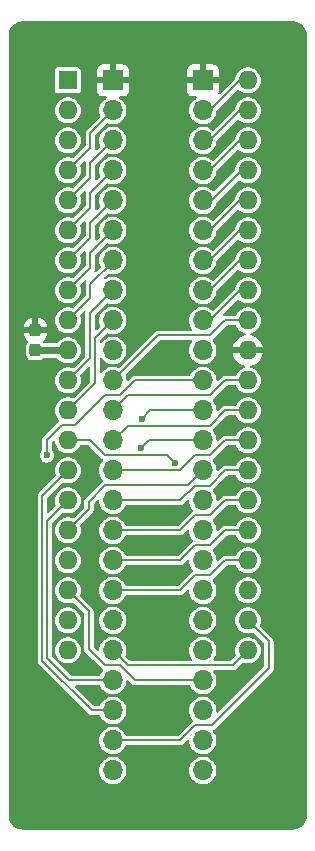
<source format=gbr>
G04 #@! TF.GenerationSoftware,KiCad,Pcbnew,8.0.4+dfsg-1*
G04 #@! TF.CreationDate,2025-02-23T17:23:09+09:00*
G04 #@! TF.ProjectId,bionic-tms9995,62696f6e-6963-42d7-946d-73393939352e,2*
G04 #@! TF.SameCoordinates,Original*
G04 #@! TF.FileFunction,Copper,L2,Bot*
G04 #@! TF.FilePolarity,Positive*
%FSLAX46Y46*%
G04 Gerber Fmt 4.6, Leading zero omitted, Abs format (unit mm)*
G04 Created by KiCad (PCBNEW 8.0.4+dfsg-1) date 2025-02-23 17:23:09*
%MOMM*%
%LPD*%
G01*
G04 APERTURE LIST*
G04 Aperture macros list*
%AMRoundRect*
0 Rectangle with rounded corners*
0 $1 Rounding radius*
0 $2 $3 $4 $5 $6 $7 $8 $9 X,Y pos of 4 corners*
0 Add a 4 corners polygon primitive as box body*
4,1,4,$2,$3,$4,$5,$6,$7,$8,$9,$2,$3,0*
0 Add four circle primitives for the rounded corners*
1,1,$1+$1,$2,$3*
1,1,$1+$1,$4,$5*
1,1,$1+$1,$6,$7*
1,1,$1+$1,$8,$9*
0 Add four rect primitives between the rounded corners*
20,1,$1+$1,$2,$3,$4,$5,0*
20,1,$1+$1,$4,$5,$6,$7,0*
20,1,$1+$1,$6,$7,$8,$9,0*
20,1,$1+$1,$8,$9,$2,$3,0*%
G04 Aperture macros list end*
G04 #@! TA.AperFunction,ComponentPad*
%ADD10R,1.600000X1.600000*%
G04 #@! TD*
G04 #@! TA.AperFunction,ComponentPad*
%ADD11O,1.600000X1.600000*%
G04 #@! TD*
G04 #@! TA.AperFunction,ComponentPad*
%ADD12O,1.700000X1.700000*%
G04 #@! TD*
G04 #@! TA.AperFunction,ComponentPad*
%ADD13R,1.700000X1.700000*%
G04 #@! TD*
G04 #@! TA.AperFunction,SMDPad,CuDef*
%ADD14RoundRect,0.237500X0.237500X-0.300000X0.237500X0.300000X-0.237500X0.300000X-0.237500X-0.300000X0*%
G04 #@! TD*
G04 #@! TA.AperFunction,ViaPad*
%ADD15C,0.600000*%
G04 #@! TD*
G04 #@! TA.AperFunction,Conductor*
%ADD16C,0.600000*%
G04 #@! TD*
G04 #@! TA.AperFunction,Conductor*
%ADD17C,0.400000*%
G04 #@! TD*
G04 #@! TA.AperFunction,Conductor*
%ADD18C,0.200000*%
G04 #@! TD*
G04 APERTURE END LIST*
D10*
X106080000Y-75080000D03*
D11*
X106080000Y-77620000D03*
X106080000Y-80160000D03*
X106080000Y-82700000D03*
X106080000Y-85240000D03*
X106080000Y-87780000D03*
X106080000Y-90320000D03*
X106080000Y-92860000D03*
X106080000Y-95400000D03*
X106080000Y-97940000D03*
X106080000Y-100480000D03*
X106080000Y-103020000D03*
X106080000Y-105560000D03*
X106080000Y-108100000D03*
X106080000Y-110640000D03*
X106080000Y-113180000D03*
X106080000Y-115720000D03*
X106080000Y-118260000D03*
X106080000Y-120800000D03*
X106080000Y-123340000D03*
X121320000Y-123340000D03*
X121320000Y-120800000D03*
X121320000Y-118260000D03*
X121320000Y-115720000D03*
X121320000Y-113180000D03*
X121320000Y-110640000D03*
X121320000Y-108100000D03*
X121320000Y-105560000D03*
X121320000Y-103020000D03*
X121320000Y-100480000D03*
X121320000Y-97940000D03*
X121320000Y-95400000D03*
X121320000Y-92860000D03*
X121320000Y-90320000D03*
X121320000Y-87780000D03*
X121320000Y-85240000D03*
X121320000Y-82700000D03*
X121320000Y-80160000D03*
X121320000Y-77620000D03*
X121320000Y-75080000D03*
D12*
X117510000Y-133500000D03*
X117510000Y-130960000D03*
X117510000Y-128420000D03*
X117510000Y-125880000D03*
X117510000Y-123340000D03*
X117510000Y-120800000D03*
X117510000Y-118260000D03*
X117510000Y-115720000D03*
X117510000Y-113180000D03*
X117510000Y-110640000D03*
X117510000Y-108100000D03*
X117510000Y-105560000D03*
X117510000Y-103020000D03*
X117510000Y-100480000D03*
X117510000Y-97940000D03*
X117510000Y-95400000D03*
X117510000Y-92860000D03*
X117510000Y-90320000D03*
X117510000Y-87780000D03*
X117510000Y-85240000D03*
X117510000Y-82700000D03*
X117510000Y-80160000D03*
X117510000Y-77620000D03*
D13*
X117510000Y-75080000D03*
X109890000Y-75080000D03*
D12*
X109890000Y-77620000D03*
X109890000Y-80160000D03*
X109890000Y-82700000D03*
X109890000Y-85240000D03*
X109890000Y-87780000D03*
X109890000Y-90320000D03*
X109890000Y-92860000D03*
X109890000Y-95400000D03*
X109890000Y-97940000D03*
X109890000Y-100480000D03*
X109890000Y-103020000D03*
X109890000Y-105560000D03*
X109890000Y-108100000D03*
X109890000Y-110640000D03*
X109890000Y-113180000D03*
X109890000Y-115720000D03*
X109890000Y-118260000D03*
X109890000Y-120800000D03*
X109890000Y-123340000D03*
X109890000Y-125880000D03*
X109890000Y-128420000D03*
X109890000Y-130960000D03*
X109890000Y-133500000D03*
D14*
X103336800Y-97938900D03*
X103336800Y-96213900D03*
D15*
X113827000Y-120927000D03*
X115224000Y-126642000D03*
X112430000Y-94638000D03*
X113700000Y-132103000D03*
X105699000Y-128674000D03*
X123352000Y-130198000D03*
X104302000Y-106830000D03*
X112268000Y-106230000D03*
X112352250Y-103707900D03*
X115180735Y-107500000D03*
D16*
X103337900Y-97940000D02*
X103336800Y-97938900D01*
X103337000Y-97938900D02*
X103336800Y-97938900D01*
X106080000Y-97940000D02*
X103337900Y-97940000D01*
D17*
X121320000Y-97940000D02*
X122971000Y-97940000D01*
D18*
X123098000Y-124864000D02*
X118272000Y-129690000D01*
X118272000Y-129690000D02*
X116875000Y-129690000D01*
X116875000Y-129690000D02*
X115605000Y-130960000D01*
X115605000Y-130960000D02*
X109890000Y-130960000D01*
X121320000Y-120800000D02*
X123098000Y-122578000D01*
X123098000Y-122578000D02*
X123098000Y-124864000D01*
X118145000Y-92860000D02*
X120685000Y-90320000D01*
X120685000Y-90320000D02*
X121320000Y-90320000D01*
X117510000Y-92860000D02*
X118145000Y-92860000D01*
X118145000Y-95400000D02*
X120685000Y-92860000D01*
X120685000Y-92860000D02*
X121320000Y-92860000D01*
X117510000Y-95400000D02*
X118145000Y-95400000D01*
X118145000Y-90320000D02*
X120685000Y-87780000D01*
X120685000Y-87780000D02*
X121320000Y-87780000D01*
X117510000Y-90320000D02*
X118145000Y-90320000D01*
X118145000Y-87780000D02*
X120685000Y-85240000D01*
X117510000Y-87780000D02*
X118145000Y-87780000D01*
X120685000Y-85240000D02*
X121320000Y-85240000D01*
X120812000Y-82700000D02*
X121320000Y-82700000D01*
X118272000Y-85240000D02*
X120812000Y-82700000D01*
X117510000Y-85240000D02*
X118272000Y-85240000D01*
X118145000Y-82700000D02*
X120685000Y-80160000D01*
X120685000Y-80160000D02*
X121320000Y-80160000D01*
X117510000Y-82700000D02*
X118145000Y-82700000D01*
X120685000Y-77620000D02*
X121320000Y-77620000D01*
X118145000Y-80160000D02*
X120685000Y-77620000D01*
X117510000Y-80160000D02*
X118145000Y-80160000D01*
X118145000Y-77620000D02*
X120685000Y-75080000D01*
X117510000Y-77620000D02*
X118145000Y-77620000D01*
X120685000Y-75080000D02*
X121320000Y-75080000D01*
X119415000Y-108100000D02*
X121320000Y-108100000D01*
X115605000Y-110640000D02*
X116857100Y-109387900D01*
X109890000Y-110640000D02*
X115605000Y-110640000D01*
X116857100Y-109387900D02*
X118127100Y-109387900D01*
X118127100Y-109387900D02*
X119415000Y-108100000D01*
X109890000Y-113180000D02*
X115605000Y-113180000D01*
X116875000Y-111910000D02*
X118145000Y-111910000D01*
X119415000Y-110640000D02*
X121320000Y-110640000D01*
X118145000Y-111910000D02*
X119415000Y-110640000D01*
X115605000Y-113180000D02*
X116875000Y-111910000D01*
X108366000Y-100734000D02*
X106080000Y-103020000D01*
X108366000Y-96924000D02*
X108366000Y-100734000D01*
X109890000Y-95400000D02*
X108366000Y-96924000D01*
X109890000Y-115720000D02*
X115605000Y-115720000D01*
X118145000Y-114450000D02*
X119415000Y-113180000D01*
X119415000Y-113180000D02*
X121320000Y-113180000D01*
X115605000Y-115720000D02*
X116875000Y-114450000D01*
X116875000Y-114450000D02*
X118145000Y-114450000D01*
X107966000Y-98594000D02*
X106080000Y-100480000D01*
X109890000Y-92860000D02*
X107966000Y-94784000D01*
X107966000Y-94784000D02*
X107966000Y-98594000D01*
X109890000Y-90320000D02*
X109890000Y-90447000D01*
X107985000Y-92352000D02*
X107985000Y-93495000D01*
X109890000Y-90447000D02*
X107985000Y-92352000D01*
X107985000Y-93495000D02*
X106080000Y-95400000D01*
X110525000Y-101750000D02*
X111795000Y-100480000D01*
X111795000Y-100480000D02*
X117510000Y-100480000D01*
X109255000Y-101750000D02*
X110525000Y-101750000D01*
X104302000Y-105544182D02*
X105556182Y-104290000D01*
X105556182Y-104290000D02*
X106715000Y-104290000D01*
X104302000Y-106830000D02*
X104302000Y-105544182D01*
X106715000Y-104290000D02*
X109255000Y-101750000D01*
X109890000Y-87780000D02*
X107985000Y-89685000D01*
X107985000Y-89685000D02*
X107985000Y-90955000D01*
X107985000Y-90955000D02*
X106080000Y-92860000D01*
X107985000Y-88415000D02*
X106080000Y-90320000D01*
X109890000Y-85240000D02*
X107985000Y-87145000D01*
X107985000Y-87145000D02*
X107985000Y-88415000D01*
X112268000Y-106230000D02*
X112938000Y-105560000D01*
X112938000Y-105560000D02*
X117510000Y-105560000D01*
X107985000Y-84605000D02*
X107985000Y-85875000D01*
X109890000Y-82700000D02*
X107985000Y-84605000D01*
X107985000Y-85875000D02*
X106080000Y-87780000D01*
X109890000Y-80160000D02*
X107985000Y-82065000D01*
X107985000Y-83335000D02*
X106080000Y-85240000D01*
X107985000Y-82065000D02*
X107985000Y-83335000D01*
X107985000Y-80795000D02*
X106080000Y-82700000D01*
X109890000Y-77620000D02*
X107985000Y-79525000D01*
X107985000Y-79525000D02*
X107985000Y-80795000D01*
X119415000Y-105560000D02*
X121320000Y-105560000D01*
X115605000Y-108100000D02*
X116875000Y-106830000D01*
X109890000Y-108100000D02*
X115605000Y-108100000D01*
X118145000Y-106830000D02*
X119415000Y-105560000D01*
X116875000Y-106830000D02*
X118145000Y-106830000D01*
X118127100Y-104307900D02*
X119415000Y-103020000D01*
X109890000Y-105560000D02*
X111142100Y-104307900D01*
X111142100Y-104307900D02*
X118127100Y-104307900D01*
X119415000Y-103020000D02*
X121320000Y-103020000D01*
X111160000Y-101750000D02*
X118145000Y-101750000D01*
X119415000Y-100480000D02*
X121320000Y-100480000D01*
X109890000Y-103020000D02*
X111160000Y-101750000D01*
X118145000Y-101750000D02*
X119415000Y-100480000D01*
X109890000Y-100480000D02*
X113700000Y-96670000D01*
X119415000Y-95400000D02*
X121320000Y-95400000D01*
X113700000Y-96670000D02*
X118145000Y-96670000D01*
X118145000Y-96670000D02*
X119415000Y-95400000D01*
X106207000Y-125880000D02*
X104321000Y-123994000D01*
X104321000Y-123994000D02*
X104321000Y-112399000D01*
X104321000Y-112399000D02*
X106080000Y-110640000D01*
X109890000Y-125880000D02*
X106207000Y-125880000D01*
X107858000Y-123213000D02*
X109255000Y-124610000D01*
X110525000Y-124610000D02*
X111795000Y-125880000D01*
X109255000Y-124610000D02*
X110525000Y-124610000D01*
X111795000Y-125880000D02*
X117510000Y-125880000D01*
X107858000Y-120038000D02*
X107858000Y-123213000D01*
X106080000Y-118260000D02*
X107858000Y-120038000D01*
X109255000Y-109370000D02*
X107858000Y-110767000D01*
X117510000Y-108100000D02*
X116240000Y-109370000D01*
X107858000Y-111402000D02*
X106080000Y-113180000D01*
X107858000Y-110767000D02*
X107858000Y-111402000D01*
X116240000Y-109370000D02*
X109255000Y-109370000D01*
X119415000Y-115720000D02*
X121320000Y-115720000D01*
X109890000Y-118260000D02*
X115605000Y-118260000D01*
X115605000Y-118260000D02*
X116875000Y-116990000D01*
X118145000Y-116990000D02*
X119415000Y-115720000D01*
X116875000Y-116990000D02*
X118145000Y-116990000D01*
X111160000Y-124610000D02*
X120050000Y-124610000D01*
X109890000Y-123340000D02*
X111160000Y-124610000D01*
X120050000Y-124610000D02*
X121320000Y-123340000D01*
X103921000Y-110259000D02*
X106080000Y-108100000D01*
X109890000Y-128420000D02*
X108112000Y-128420000D01*
X103921000Y-124229000D02*
X103921000Y-110259000D01*
X108112000Y-128420000D02*
X103921000Y-124229000D01*
X113040150Y-103020000D02*
X117510000Y-103020000D01*
X112352250Y-103707900D02*
X113040150Y-103020000D01*
X109255000Y-106830000D02*
X107985000Y-105560000D01*
X107985000Y-105560000D02*
X106080000Y-105560000D01*
X115180735Y-107500000D02*
X114510735Y-106830000D01*
X114510735Y-106830000D02*
X109255000Y-106830000D01*
G04 #@! TA.AperFunction,Conductor*
G36*
X120286933Y-95819407D02*
G01*
X120317362Y-95855371D01*
X120380327Y-95981821D01*
X120503236Y-96144579D01*
X120653959Y-96281981D01*
X120827363Y-96389348D01*
X121017544Y-96463024D01*
X121055418Y-96470103D01*
X121109141Y-96499380D01*
X121135398Y-96554645D01*
X121124156Y-96614789D01*
X121079709Y-96656838D01*
X121062848Y-96663044D01*
X120873676Y-96713733D01*
X120667518Y-96809865D01*
X120481188Y-96940334D01*
X120320334Y-97101188D01*
X120189865Y-97287518D01*
X120093733Y-97493676D01*
X120041128Y-97690000D01*
X121004314Y-97690000D01*
X120999920Y-97694394D01*
X120947259Y-97785606D01*
X120920000Y-97887339D01*
X120920000Y-97992661D01*
X120947259Y-98094394D01*
X120999920Y-98185606D01*
X121004314Y-98190000D01*
X120041128Y-98190000D01*
X120093733Y-98386323D01*
X120189865Y-98592481D01*
X120320334Y-98778811D01*
X120481188Y-98939665D01*
X120667518Y-99070134D01*
X120873675Y-99166266D01*
X121062848Y-99216955D01*
X121114162Y-99250279D01*
X121136089Y-99307401D01*
X121120254Y-99366501D01*
X121072704Y-99405006D01*
X121055417Y-99409896D01*
X121017545Y-99416975D01*
X120923633Y-99453357D01*
X120827363Y-99490652D01*
X120718676Y-99557948D01*
X120653959Y-99598019D01*
X120503237Y-99735420D01*
X120380328Y-99898177D01*
X120380323Y-99898186D01*
X120317363Y-100024628D01*
X120274500Y-100068291D01*
X120228742Y-100079500D01*
X119467727Y-100079500D01*
X119362273Y-100079500D01*
X119299929Y-100096204D01*
X119260407Y-100106794D01*
X119169091Y-100159516D01*
X119169086Y-100159520D01*
X118830085Y-100498520D01*
X118775569Y-100526297D01*
X118715137Y-100516726D01*
X118671872Y-100473461D01*
X118661505Y-100437653D01*
X118645756Y-100267690D01*
X118587405Y-100062611D01*
X118492366Y-99871745D01*
X118363872Y-99701593D01*
X118309623Y-99652139D01*
X118206307Y-99557952D01*
X118206300Y-99557946D01*
X118025024Y-99445705D01*
X118025019Y-99445702D01*
X117932592Y-99409896D01*
X117826198Y-99368679D01*
X117826197Y-99368678D01*
X117826195Y-99368678D01*
X117616610Y-99329500D01*
X117403390Y-99329500D01*
X117193804Y-99368678D01*
X116994980Y-99445702D01*
X116994975Y-99445705D01*
X116813699Y-99557946D01*
X116813692Y-99557952D01*
X116656135Y-99701586D01*
X116656131Y-99701589D01*
X116656128Y-99701593D01*
X116656125Y-99701597D01*
X116527635Y-99871743D01*
X116527630Y-99871752D01*
X116451508Y-100024628D01*
X116408646Y-100068290D01*
X116362887Y-100079500D01*
X111847727Y-100079500D01*
X111742273Y-100079500D01*
X111679929Y-100096204D01*
X111640407Y-100106794D01*
X111549091Y-100159516D01*
X111549086Y-100159520D01*
X111210085Y-100498520D01*
X111155569Y-100526297D01*
X111095137Y-100516726D01*
X111051872Y-100473461D01*
X111041505Y-100437653D01*
X111025756Y-100267690D01*
X110967405Y-100062611D01*
X110967401Y-100062604D01*
X110965752Y-100058344D01*
X110967132Y-100057809D01*
X110959019Y-100003364D01*
X110986648Y-99949743D01*
X113836896Y-97099496D01*
X113891413Y-97071719D01*
X113906900Y-97070500D01*
X116526099Y-97070500D01*
X116584290Y-97089407D01*
X116620254Y-97138907D01*
X116620254Y-97200093D01*
X116605104Y-97229159D01*
X116585665Y-97254900D01*
X116527635Y-97331743D01*
X116527630Y-97331752D01*
X116432596Y-97522608D01*
X116374244Y-97727688D01*
X116374244Y-97727690D01*
X116354571Y-97940000D01*
X116374244Y-98152310D01*
X116427647Y-98340000D01*
X116432596Y-98357391D01*
X116523772Y-98540500D01*
X116527634Y-98548255D01*
X116656128Y-98718407D01*
X116656135Y-98718413D01*
X116813692Y-98862047D01*
X116813699Y-98862053D01*
X116917389Y-98926255D01*
X116994981Y-98974298D01*
X117193802Y-99051321D01*
X117403390Y-99090500D01*
X117616610Y-99090500D01*
X117826198Y-99051321D01*
X118025019Y-98974298D01*
X118206302Y-98862052D01*
X118363872Y-98718407D01*
X118492366Y-98548255D01*
X118587405Y-98357389D01*
X118645756Y-98152310D01*
X118665429Y-97940000D01*
X118645756Y-97727690D01*
X118587405Y-97522611D01*
X118492366Y-97331745D01*
X118363872Y-97161593D01*
X118359485Y-97157593D01*
X118329220Y-97104422D01*
X118335989Y-97043612D01*
X118376681Y-96998696D01*
X118390913Y-96990480D01*
X119551897Y-95829496D01*
X119606414Y-95801719D01*
X119621901Y-95800500D01*
X120228742Y-95800500D01*
X120286933Y-95819407D01*
G37*
G04 #@! TD.AperFunction*
G04 #@! TA.AperFunction,Conductor*
G36*
X125133875Y-70075805D02*
G01*
X125309097Y-70089594D01*
X125324430Y-70092023D01*
X125491550Y-70132145D01*
X125506317Y-70136943D01*
X125665104Y-70202715D01*
X125678926Y-70209758D01*
X125825469Y-70299560D01*
X125838032Y-70308688D01*
X125968717Y-70420303D01*
X125979699Y-70431285D01*
X126091311Y-70561967D01*
X126100440Y-70574532D01*
X126190238Y-70721068D01*
X126197287Y-70734902D01*
X126263054Y-70893678D01*
X126267855Y-70908453D01*
X126307975Y-71075564D01*
X126310405Y-71090907D01*
X126324195Y-71266123D01*
X126324500Y-71273891D01*
X126324500Y-137306108D01*
X126324195Y-137313876D01*
X126310405Y-137489092D01*
X126307975Y-137504435D01*
X126267855Y-137671546D01*
X126263054Y-137686321D01*
X126197287Y-137845097D01*
X126190234Y-137858939D01*
X126100442Y-138005465D01*
X126091311Y-138018032D01*
X125979699Y-138148714D01*
X125968714Y-138159699D01*
X125838032Y-138271311D01*
X125825465Y-138280442D01*
X125678939Y-138370234D01*
X125665097Y-138377287D01*
X125506321Y-138443054D01*
X125491546Y-138447855D01*
X125324435Y-138487975D01*
X125309092Y-138490405D01*
X125149743Y-138502946D01*
X125133874Y-138504195D01*
X125126108Y-138504500D01*
X102273892Y-138504500D01*
X102266125Y-138504195D01*
X102247014Y-138502691D01*
X102090907Y-138490405D01*
X102075564Y-138487975D01*
X101908453Y-138447855D01*
X101893678Y-138443054D01*
X101734902Y-138377287D01*
X101721068Y-138370238D01*
X101574532Y-138280440D01*
X101561967Y-138271311D01*
X101462706Y-138186535D01*
X101431282Y-138159696D01*
X101420303Y-138148717D01*
X101308688Y-138018032D01*
X101299560Y-138005469D01*
X101209758Y-137858926D01*
X101202715Y-137845104D01*
X101136943Y-137686317D01*
X101132144Y-137671546D01*
X101092024Y-137504435D01*
X101089594Y-137489097D01*
X101075805Y-137313875D01*
X101075500Y-137306108D01*
X101075500Y-133500000D01*
X108734571Y-133500000D01*
X108754244Y-133712310D01*
X108812595Y-133917389D01*
X108907634Y-134108255D01*
X109036128Y-134278407D01*
X109036135Y-134278413D01*
X109193692Y-134422047D01*
X109193699Y-134422053D01*
X109297389Y-134486255D01*
X109374981Y-134534298D01*
X109573802Y-134611321D01*
X109783390Y-134650500D01*
X109996610Y-134650500D01*
X110206198Y-134611321D01*
X110405019Y-134534298D01*
X110586302Y-134422052D01*
X110743872Y-134278407D01*
X110872366Y-134108255D01*
X110967405Y-133917389D01*
X111025756Y-133712310D01*
X111045429Y-133500000D01*
X116354571Y-133500000D01*
X116374244Y-133712310D01*
X116432595Y-133917389D01*
X116527634Y-134108255D01*
X116656128Y-134278407D01*
X116656135Y-134278413D01*
X116813692Y-134422047D01*
X116813699Y-134422053D01*
X116917389Y-134486255D01*
X116994981Y-134534298D01*
X117193802Y-134611321D01*
X117403390Y-134650500D01*
X117616610Y-134650500D01*
X117826198Y-134611321D01*
X118025019Y-134534298D01*
X118206302Y-134422052D01*
X118363872Y-134278407D01*
X118492366Y-134108255D01*
X118587405Y-133917389D01*
X118645756Y-133712310D01*
X118665429Y-133500000D01*
X118645756Y-133287690D01*
X118587405Y-133082611D01*
X118492366Y-132891745D01*
X118363872Y-132721593D01*
X118309623Y-132672139D01*
X118206307Y-132577952D01*
X118206300Y-132577946D01*
X118025024Y-132465705D01*
X118025019Y-132465702D01*
X117826195Y-132388678D01*
X117616610Y-132349500D01*
X117403390Y-132349500D01*
X117193804Y-132388678D01*
X116994980Y-132465702D01*
X116994975Y-132465705D01*
X116813699Y-132577946D01*
X116813692Y-132577952D01*
X116656135Y-132721586D01*
X116656131Y-132721589D01*
X116656128Y-132721593D01*
X116656125Y-132721597D01*
X116527635Y-132891743D01*
X116527630Y-132891752D01*
X116432596Y-133082608D01*
X116374244Y-133287688D01*
X116374244Y-133287690D01*
X116354571Y-133500000D01*
X111045429Y-133500000D01*
X111025756Y-133287690D01*
X110967405Y-133082611D01*
X110872366Y-132891745D01*
X110743872Y-132721593D01*
X110689623Y-132672139D01*
X110586307Y-132577952D01*
X110586300Y-132577946D01*
X110405024Y-132465705D01*
X110405019Y-132465702D01*
X110206195Y-132388678D01*
X109996610Y-132349500D01*
X109783390Y-132349500D01*
X109573804Y-132388678D01*
X109374980Y-132465702D01*
X109374975Y-132465705D01*
X109193699Y-132577946D01*
X109193692Y-132577952D01*
X109036135Y-132721586D01*
X109036131Y-132721589D01*
X109036128Y-132721593D01*
X109036125Y-132721597D01*
X108907635Y-132891743D01*
X108907630Y-132891752D01*
X108812596Y-133082608D01*
X108754244Y-133287688D01*
X108754244Y-133287690D01*
X108734571Y-133500000D01*
X101075500Y-133500000D01*
X101075500Y-130960000D01*
X108734571Y-130960000D01*
X108754244Y-131172310D01*
X108812595Y-131377389D01*
X108907634Y-131568255D01*
X109036128Y-131738407D01*
X109036135Y-131738413D01*
X109193692Y-131882047D01*
X109193699Y-131882053D01*
X109297389Y-131946255D01*
X109374981Y-131994298D01*
X109573802Y-132071321D01*
X109783390Y-132110500D01*
X109996610Y-132110500D01*
X110206198Y-132071321D01*
X110405019Y-131994298D01*
X110586302Y-131882052D01*
X110743872Y-131738407D01*
X110872366Y-131568255D01*
X110948492Y-131415372D01*
X110991354Y-131371710D01*
X111037113Y-131360500D01*
X115657725Y-131360500D01*
X115657727Y-131360500D01*
X115759588Y-131333207D01*
X115759590Y-131333205D01*
X115759592Y-131333205D01*
X115850908Y-131280483D01*
X115850908Y-131280482D01*
X115850913Y-131280480D01*
X116189913Y-130941478D01*
X116244430Y-130913701D01*
X116304862Y-130923272D01*
X116348127Y-130966537D01*
X116358494Y-131002346D01*
X116374244Y-131172310D01*
X116432595Y-131377389D01*
X116527634Y-131568255D01*
X116656128Y-131738407D01*
X116656135Y-131738413D01*
X116813692Y-131882047D01*
X116813699Y-131882053D01*
X116917389Y-131946255D01*
X116994981Y-131994298D01*
X117193802Y-132071321D01*
X117403390Y-132110500D01*
X117616610Y-132110500D01*
X117826198Y-132071321D01*
X118025019Y-131994298D01*
X118206302Y-131882052D01*
X118363872Y-131738407D01*
X118492366Y-131568255D01*
X118587405Y-131377389D01*
X118645756Y-131172310D01*
X118665429Y-130960000D01*
X118645756Y-130747690D01*
X118587405Y-130542611D01*
X118492366Y-130351745D01*
X118387851Y-130213346D01*
X118367871Y-130155515D01*
X118385699Y-130096985D01*
X118421836Y-130067954D01*
X118420969Y-130066452D01*
X118517908Y-130010483D01*
X118517908Y-130010482D01*
X118517913Y-130010480D01*
X123343910Y-125184481D01*
X123343913Y-125184480D01*
X123418480Y-125109913D01*
X123471207Y-125018587D01*
X123480687Y-124983207D01*
X123498501Y-124916727D01*
X123498501Y-124811273D01*
X123498501Y-124805211D01*
X123498500Y-124805193D01*
X123498500Y-122638714D01*
X123498501Y-122638701D01*
X123498501Y-122525272D01*
X123498500Y-122525270D01*
X123471207Y-122423413D01*
X123468051Y-122417946D01*
X123429198Y-122350652D01*
X123418480Y-122332087D01*
X123343913Y-122257520D01*
X123343910Y-122257518D01*
X122377336Y-121290943D01*
X122349559Y-121236426D01*
X122352118Y-121193848D01*
X122406397Y-121003083D01*
X122425215Y-120800000D01*
X122406397Y-120596917D01*
X122350582Y-120400750D01*
X122259673Y-120218179D01*
X122136764Y-120055421D01*
X121986041Y-119918019D01*
X121812637Y-119810652D01*
X121622456Y-119736976D01*
X121622455Y-119736975D01*
X121622453Y-119736975D01*
X121421976Y-119699500D01*
X121218024Y-119699500D01*
X121017546Y-119736975D01*
X120947632Y-119764059D01*
X120827363Y-119810652D01*
X120653959Y-119918019D01*
X120503236Y-120055421D01*
X120470543Y-120098714D01*
X120380328Y-120218177D01*
X120380323Y-120218186D01*
X120298450Y-120382611D01*
X120289418Y-120400750D01*
X120233603Y-120596917D01*
X120214785Y-120800000D01*
X120233603Y-121003083D01*
X120289418Y-121199250D01*
X120380327Y-121381821D01*
X120503236Y-121544579D01*
X120653959Y-121681981D01*
X120827363Y-121789348D01*
X121017544Y-121863024D01*
X121218024Y-121900500D01*
X121421976Y-121900500D01*
X121622456Y-121863024D01*
X121702258Y-121832107D01*
X121763350Y-121828717D01*
X121808026Y-121854418D01*
X122668504Y-122714896D01*
X122696281Y-122769413D01*
X122697500Y-122784900D01*
X122697500Y-124657099D01*
X122678593Y-124715290D01*
X122668504Y-124727103D01*
X118827632Y-128567974D01*
X118773115Y-128595751D01*
X118712683Y-128586180D01*
X118669418Y-128542915D01*
X118659050Y-128488837D01*
X118665429Y-128420000D01*
X118645756Y-128207690D01*
X118587405Y-128002611D01*
X118492366Y-127811745D01*
X118363872Y-127641593D01*
X118309623Y-127592139D01*
X118206307Y-127497952D01*
X118206300Y-127497946D01*
X118025024Y-127385705D01*
X118025019Y-127385702D01*
X117826195Y-127308678D01*
X117616610Y-127269500D01*
X117403390Y-127269500D01*
X117193804Y-127308678D01*
X116994980Y-127385702D01*
X116994975Y-127385705D01*
X116813699Y-127497946D01*
X116813692Y-127497952D01*
X116656135Y-127641586D01*
X116656131Y-127641589D01*
X116656128Y-127641593D01*
X116656125Y-127641597D01*
X116527635Y-127811743D01*
X116527630Y-127811752D01*
X116432596Y-128002608D01*
X116374244Y-128207688D01*
X116354571Y-128420000D01*
X116369969Y-128586180D01*
X116374244Y-128632310D01*
X116432595Y-128837389D01*
X116527634Y-129028255D01*
X116656128Y-129198407D01*
X116660511Y-129202403D01*
X116690779Y-129255576D01*
X116684011Y-129316386D01*
X116643321Y-129361301D01*
X116629089Y-129369518D01*
X115468103Y-130530504D01*
X115413586Y-130558281D01*
X115398099Y-130559500D01*
X111037113Y-130559500D01*
X110978922Y-130540593D01*
X110948492Y-130504628D01*
X110872369Y-130351752D01*
X110872366Y-130351745D01*
X110743872Y-130181593D01*
X110651062Y-130096985D01*
X110586307Y-130037952D01*
X110586300Y-130037946D01*
X110405024Y-129925705D01*
X110405019Y-129925702D01*
X110206195Y-129848678D01*
X109996610Y-129809500D01*
X109783390Y-129809500D01*
X109573804Y-129848678D01*
X109374980Y-129925702D01*
X109374975Y-129925705D01*
X109193699Y-130037946D01*
X109193692Y-130037952D01*
X109036135Y-130181586D01*
X109036131Y-130181589D01*
X109036128Y-130181593D01*
X109036125Y-130181597D01*
X108907635Y-130351743D01*
X108907630Y-130351752D01*
X108812596Y-130542608D01*
X108812595Y-130542611D01*
X108807790Y-130559500D01*
X108754244Y-130747688D01*
X108754244Y-130747690D01*
X108734571Y-130960000D01*
X101075500Y-130960000D01*
X101075500Y-110206273D01*
X103520500Y-110206273D01*
X103520500Y-124176273D01*
X103520500Y-124281727D01*
X103533260Y-124329348D01*
X103547794Y-124383592D01*
X103600516Y-124474908D01*
X103600518Y-124474910D01*
X103600520Y-124474913D01*
X107866087Y-128740480D01*
X107866089Y-128740481D01*
X107866091Y-128740483D01*
X107957408Y-128793205D01*
X107957406Y-128793205D01*
X107957410Y-128793206D01*
X107957412Y-128793207D01*
X108059273Y-128820500D01*
X108164727Y-128820500D01*
X108742887Y-128820500D01*
X108801078Y-128839407D01*
X108831508Y-128875372D01*
X108907634Y-129028255D01*
X109036128Y-129198407D01*
X109098839Y-129255576D01*
X109193692Y-129342047D01*
X109193699Y-129342053D01*
X109224786Y-129361301D01*
X109374981Y-129454298D01*
X109573802Y-129531321D01*
X109783390Y-129570500D01*
X109996610Y-129570500D01*
X110206198Y-129531321D01*
X110405019Y-129454298D01*
X110586302Y-129342052D01*
X110743872Y-129198407D01*
X110872366Y-129028255D01*
X110967405Y-128837389D01*
X111025756Y-128632310D01*
X111045429Y-128420000D01*
X111025756Y-128207690D01*
X110967405Y-128002611D01*
X110872366Y-127811745D01*
X110743872Y-127641593D01*
X110689623Y-127592139D01*
X110586307Y-127497952D01*
X110586300Y-127497946D01*
X110405024Y-127385705D01*
X110405019Y-127385702D01*
X110206195Y-127308678D01*
X109996610Y-127269500D01*
X109783390Y-127269500D01*
X109573804Y-127308678D01*
X109374980Y-127385702D01*
X109374975Y-127385705D01*
X109193699Y-127497946D01*
X109193692Y-127497952D01*
X109036135Y-127641586D01*
X109036131Y-127641589D01*
X109036128Y-127641593D01*
X109036125Y-127641597D01*
X108907635Y-127811743D01*
X108907630Y-127811752D01*
X108831508Y-127964628D01*
X108788646Y-128008290D01*
X108742887Y-128019500D01*
X108318901Y-128019500D01*
X108260710Y-128000593D01*
X108248897Y-127990504D01*
X106707897Y-126449504D01*
X106680120Y-126394987D01*
X106689691Y-126334555D01*
X106732956Y-126291290D01*
X106777901Y-126280500D01*
X108742887Y-126280500D01*
X108801078Y-126299407D01*
X108831508Y-126335372D01*
X108888338Y-126449504D01*
X108907634Y-126488255D01*
X109036128Y-126658407D01*
X109036135Y-126658413D01*
X109193692Y-126802047D01*
X109193699Y-126802053D01*
X109297389Y-126866255D01*
X109374981Y-126914298D01*
X109573802Y-126991321D01*
X109783390Y-127030500D01*
X109996610Y-127030500D01*
X110206198Y-126991321D01*
X110405019Y-126914298D01*
X110586302Y-126802052D01*
X110743872Y-126658407D01*
X110872366Y-126488255D01*
X110967405Y-126297389D01*
X111025756Y-126092310D01*
X111041505Y-125922346D01*
X111065700Y-125866151D01*
X111118307Y-125834907D01*
X111179231Y-125840553D01*
X111210085Y-125861479D01*
X111549086Y-126200479D01*
X111549091Y-126200483D01*
X111640408Y-126253205D01*
X111640406Y-126253205D01*
X111640410Y-126253206D01*
X111640412Y-126253207D01*
X111742273Y-126280500D01*
X116362887Y-126280500D01*
X116421078Y-126299407D01*
X116451508Y-126335372D01*
X116508338Y-126449504D01*
X116527634Y-126488255D01*
X116656128Y-126658407D01*
X116656135Y-126658413D01*
X116813692Y-126802047D01*
X116813699Y-126802053D01*
X116917389Y-126866255D01*
X116994981Y-126914298D01*
X117193802Y-126991321D01*
X117403390Y-127030500D01*
X117616610Y-127030500D01*
X117826198Y-126991321D01*
X118025019Y-126914298D01*
X118206302Y-126802052D01*
X118363872Y-126658407D01*
X118492366Y-126488255D01*
X118587405Y-126297389D01*
X118645756Y-126092310D01*
X118665429Y-125880000D01*
X118645756Y-125667690D01*
X118587405Y-125462611D01*
X118492366Y-125271745D01*
X118414896Y-125169159D01*
X118394918Y-125111330D01*
X118412747Y-125052799D01*
X118461573Y-125015927D01*
X118493901Y-125010500D01*
X120102725Y-125010500D01*
X120102727Y-125010500D01*
X120204588Y-124983207D01*
X120204590Y-124983205D01*
X120204592Y-124983205D01*
X120295908Y-124930483D01*
X120295908Y-124930482D01*
X120295913Y-124930480D01*
X120831975Y-124394416D01*
X120886490Y-124366641D01*
X120937735Y-124372106D01*
X121017544Y-124403024D01*
X121218024Y-124440500D01*
X121421976Y-124440500D01*
X121622456Y-124403024D01*
X121812637Y-124329348D01*
X121986041Y-124221981D01*
X122136764Y-124084579D01*
X122259673Y-123921821D01*
X122350582Y-123739250D01*
X122406397Y-123543083D01*
X122425215Y-123340000D01*
X122406397Y-123136917D01*
X122350582Y-122940750D01*
X122259673Y-122758179D01*
X122136764Y-122595421D01*
X121986041Y-122458019D01*
X121812637Y-122350652D01*
X121622456Y-122276976D01*
X121622455Y-122276975D01*
X121622453Y-122276975D01*
X121421976Y-122239500D01*
X121218024Y-122239500D01*
X121017546Y-122276975D01*
X120947632Y-122304059D01*
X120827363Y-122350652D01*
X120653959Y-122458019D01*
X120503236Y-122595421D01*
X120470543Y-122638714D01*
X120380328Y-122758177D01*
X120380323Y-122758186D01*
X120298450Y-122922611D01*
X120289418Y-122940750D01*
X120250906Y-123076103D01*
X120233603Y-123136917D01*
X120214785Y-123340000D01*
X120233603Y-123543084D01*
X120287880Y-123733847D01*
X120285619Y-123794990D01*
X120262663Y-123830942D01*
X119913104Y-124180503D01*
X119858587Y-124208281D01*
X119843100Y-124209500D01*
X118493901Y-124209500D01*
X118435710Y-124190593D01*
X118399746Y-124141093D01*
X118399746Y-124079907D01*
X118414897Y-124050839D01*
X118492366Y-123948255D01*
X118587405Y-123757389D01*
X118645756Y-123552310D01*
X118665429Y-123340000D01*
X118645756Y-123127690D01*
X118587405Y-122922611D01*
X118492366Y-122731745D01*
X118363872Y-122561593D01*
X118309623Y-122512139D01*
X118206307Y-122417952D01*
X118206300Y-122417946D01*
X118025024Y-122305705D01*
X118025019Y-122305702D01*
X117900646Y-122257520D01*
X117826198Y-122228679D01*
X117826197Y-122228678D01*
X117826195Y-122228678D01*
X117616610Y-122189500D01*
X117403390Y-122189500D01*
X117193804Y-122228678D01*
X116994980Y-122305702D01*
X116994975Y-122305705D01*
X116813699Y-122417946D01*
X116813692Y-122417952D01*
X116656135Y-122561586D01*
X116656131Y-122561589D01*
X116656128Y-122561593D01*
X116656125Y-122561597D01*
X116527635Y-122731743D01*
X116527630Y-122731752D01*
X116432596Y-122922608D01*
X116374244Y-123127688D01*
X116374244Y-123127690D01*
X116354571Y-123340000D01*
X116374244Y-123552310D01*
X116427434Y-123739252D01*
X116432596Y-123757391D01*
X116527630Y-123948247D01*
X116527635Y-123948256D01*
X116605103Y-124050839D01*
X116625082Y-124108670D01*
X116607253Y-124167201D01*
X116558427Y-124204073D01*
X116526099Y-124209500D01*
X111366901Y-124209500D01*
X111308710Y-124190593D01*
X111296897Y-124180504D01*
X110986650Y-123870257D01*
X110958873Y-123815740D01*
X110967111Y-123762182D01*
X110965752Y-123761656D01*
X110967400Y-123757398D01*
X110967405Y-123757389D01*
X111025756Y-123552310D01*
X111045429Y-123340000D01*
X111025756Y-123127690D01*
X110967405Y-122922611D01*
X110872366Y-122731745D01*
X110743872Y-122561593D01*
X110689623Y-122512139D01*
X110586307Y-122417952D01*
X110586300Y-122417946D01*
X110405024Y-122305705D01*
X110405019Y-122305702D01*
X110280646Y-122257520D01*
X110206198Y-122228679D01*
X110206197Y-122228678D01*
X110206195Y-122228678D01*
X109996610Y-122189500D01*
X109783390Y-122189500D01*
X109573804Y-122228678D01*
X109374980Y-122305702D01*
X109374975Y-122305705D01*
X109193699Y-122417946D01*
X109193692Y-122417952D01*
X109036135Y-122561586D01*
X109036131Y-122561589D01*
X109036128Y-122561593D01*
X109036125Y-122561597D01*
X108907635Y-122731743D01*
X108907630Y-122731752D01*
X108812596Y-122922608D01*
X108754244Y-123127688D01*
X108738495Y-123297651D01*
X108714299Y-123353849D01*
X108661691Y-123385092D01*
X108600767Y-123379446D01*
X108569913Y-123358520D01*
X108287496Y-123076103D01*
X108259719Y-123021586D01*
X108258500Y-123006099D01*
X108258500Y-120800000D01*
X108734571Y-120800000D01*
X108754244Y-121012310D01*
X108812595Y-121217389D01*
X108907634Y-121408255D01*
X109036128Y-121578407D01*
X109036135Y-121578413D01*
X109193692Y-121722047D01*
X109193699Y-121722053D01*
X109297389Y-121786255D01*
X109374981Y-121834298D01*
X109573802Y-121911321D01*
X109783390Y-121950500D01*
X109996610Y-121950500D01*
X110206198Y-121911321D01*
X110405019Y-121834298D01*
X110586302Y-121722052D01*
X110743872Y-121578407D01*
X110872366Y-121408255D01*
X110967405Y-121217389D01*
X111025756Y-121012310D01*
X111045429Y-120800000D01*
X116354571Y-120800000D01*
X116374244Y-121012310D01*
X116432595Y-121217389D01*
X116527634Y-121408255D01*
X116656128Y-121578407D01*
X116656135Y-121578413D01*
X116813692Y-121722047D01*
X116813699Y-121722053D01*
X116917389Y-121786255D01*
X116994981Y-121834298D01*
X117193802Y-121911321D01*
X117403390Y-121950500D01*
X117616610Y-121950500D01*
X117826198Y-121911321D01*
X118025019Y-121834298D01*
X118206302Y-121722052D01*
X118363872Y-121578407D01*
X118492366Y-121408255D01*
X118587405Y-121217389D01*
X118645756Y-121012310D01*
X118665429Y-120800000D01*
X118645756Y-120587690D01*
X118587405Y-120382611D01*
X118492366Y-120191745D01*
X118363872Y-120021593D01*
X118309623Y-119972139D01*
X118206307Y-119877952D01*
X118206300Y-119877946D01*
X118025024Y-119765705D01*
X118025019Y-119765702D01*
X117900646Y-119717520D01*
X117826198Y-119688679D01*
X117826197Y-119688678D01*
X117826195Y-119688678D01*
X117616610Y-119649500D01*
X117403390Y-119649500D01*
X117193804Y-119688678D01*
X116994980Y-119765702D01*
X116994975Y-119765705D01*
X116813699Y-119877946D01*
X116813692Y-119877952D01*
X116656135Y-120021586D01*
X116656131Y-120021589D01*
X116656128Y-120021593D01*
X116656125Y-120021597D01*
X116527635Y-120191743D01*
X116527630Y-120191752D01*
X116432596Y-120382608D01*
X116374244Y-120587688D01*
X116374244Y-120587690D01*
X116354571Y-120800000D01*
X111045429Y-120800000D01*
X111025756Y-120587690D01*
X110967405Y-120382611D01*
X110872366Y-120191745D01*
X110743872Y-120021593D01*
X110689623Y-119972139D01*
X110586307Y-119877952D01*
X110586300Y-119877946D01*
X110405024Y-119765705D01*
X110405019Y-119765702D01*
X110280646Y-119717520D01*
X110206198Y-119688679D01*
X110206197Y-119688678D01*
X110206195Y-119688678D01*
X109996610Y-119649500D01*
X109783390Y-119649500D01*
X109573804Y-119688678D01*
X109374980Y-119765702D01*
X109374975Y-119765705D01*
X109193699Y-119877946D01*
X109193692Y-119877952D01*
X109036135Y-120021586D01*
X109036131Y-120021589D01*
X109036128Y-120021593D01*
X109036125Y-120021597D01*
X108907635Y-120191743D01*
X108907630Y-120191752D01*
X108812596Y-120382608D01*
X108754244Y-120587688D01*
X108754244Y-120587690D01*
X108734571Y-120800000D01*
X108258500Y-120800000D01*
X108258500Y-120098714D01*
X108258501Y-120098701D01*
X108258501Y-119985272D01*
X108258500Y-119985270D01*
X108231207Y-119883413D01*
X108228051Y-119877946D01*
X108189198Y-119810652D01*
X108178480Y-119792087D01*
X108103913Y-119717520D01*
X108103910Y-119717518D01*
X107137336Y-118750943D01*
X107109559Y-118696426D01*
X107112118Y-118653848D01*
X107166397Y-118463083D01*
X107185215Y-118260000D01*
X107166397Y-118056917D01*
X107110582Y-117860750D01*
X107019673Y-117678179D01*
X106896764Y-117515421D01*
X106746041Y-117378019D01*
X106572637Y-117270652D01*
X106382456Y-117196976D01*
X106382455Y-117196975D01*
X106382453Y-117196975D01*
X106181976Y-117159500D01*
X105978024Y-117159500D01*
X105777546Y-117196975D01*
X105707632Y-117224059D01*
X105587363Y-117270652D01*
X105478676Y-117337948D01*
X105413959Y-117378019D01*
X105263237Y-117515420D01*
X105140328Y-117678177D01*
X105140323Y-117678186D01*
X105058450Y-117842611D01*
X105049418Y-117860750D01*
X104993603Y-118056917D01*
X104974785Y-118260000D01*
X104993603Y-118463083D01*
X105049418Y-118659250D01*
X105140327Y-118841821D01*
X105263236Y-119004579D01*
X105413959Y-119141981D01*
X105587363Y-119249348D01*
X105777544Y-119323024D01*
X105978024Y-119360500D01*
X106181976Y-119360500D01*
X106382456Y-119323024D01*
X106462258Y-119292107D01*
X106523350Y-119288717D01*
X106568026Y-119314418D01*
X107428504Y-120174896D01*
X107456281Y-120229413D01*
X107457500Y-120244900D01*
X107457500Y-123160273D01*
X107457500Y-123265727D01*
X107466054Y-123297651D01*
X107484794Y-123367592D01*
X107537516Y-123458908D01*
X107537517Y-123458909D01*
X107537518Y-123458910D01*
X107537520Y-123458913D01*
X108245808Y-124167201D01*
X108934519Y-124855912D01*
X108934520Y-124855913D01*
X108934519Y-124855913D01*
X108995334Y-124916727D01*
X109009087Y-124930480D01*
X109023318Y-124938696D01*
X109064258Y-124984164D01*
X109070655Y-125045014D01*
X109040517Y-125097591D01*
X109036131Y-125101589D01*
X109036128Y-125101592D01*
X108907640Y-125271736D01*
X108907630Y-125271752D01*
X108831508Y-125424628D01*
X108788646Y-125468290D01*
X108742887Y-125479500D01*
X106413900Y-125479500D01*
X106355709Y-125460593D01*
X106343896Y-125450504D01*
X104750496Y-123857103D01*
X104722719Y-123802586D01*
X104721500Y-123787099D01*
X104721500Y-123340000D01*
X104974785Y-123340000D01*
X104993603Y-123543083D01*
X105049418Y-123739250D01*
X105140327Y-123921821D01*
X105263236Y-124084579D01*
X105413959Y-124221981D01*
X105587363Y-124329348D01*
X105777544Y-124403024D01*
X105978024Y-124440500D01*
X106181976Y-124440500D01*
X106382456Y-124403024D01*
X106572637Y-124329348D01*
X106746041Y-124221981D01*
X106896764Y-124084579D01*
X107019673Y-123921821D01*
X107110582Y-123739250D01*
X107166397Y-123543083D01*
X107185215Y-123340000D01*
X107166397Y-123136917D01*
X107110582Y-122940750D01*
X107019673Y-122758179D01*
X106896764Y-122595421D01*
X106746041Y-122458019D01*
X106572637Y-122350652D01*
X106382456Y-122276976D01*
X106382455Y-122276975D01*
X106382453Y-122276975D01*
X106181976Y-122239500D01*
X105978024Y-122239500D01*
X105777546Y-122276975D01*
X105707632Y-122304059D01*
X105587363Y-122350652D01*
X105413959Y-122458019D01*
X105263236Y-122595421D01*
X105230543Y-122638714D01*
X105140328Y-122758177D01*
X105140323Y-122758186D01*
X105058450Y-122922611D01*
X105049418Y-122940750D01*
X104993603Y-123136917D01*
X104974785Y-123340000D01*
X104721500Y-123340000D01*
X104721500Y-120800000D01*
X104974785Y-120800000D01*
X104993603Y-121003083D01*
X105049418Y-121199250D01*
X105140327Y-121381821D01*
X105263236Y-121544579D01*
X105413959Y-121681981D01*
X105587363Y-121789348D01*
X105777544Y-121863024D01*
X105978024Y-121900500D01*
X106181976Y-121900500D01*
X106382456Y-121863024D01*
X106572637Y-121789348D01*
X106746041Y-121681981D01*
X106896764Y-121544579D01*
X107019673Y-121381821D01*
X107110582Y-121199250D01*
X107166397Y-121003083D01*
X107185215Y-120800000D01*
X107166397Y-120596917D01*
X107110582Y-120400750D01*
X107019673Y-120218179D01*
X106896764Y-120055421D01*
X106746041Y-119918019D01*
X106572637Y-119810652D01*
X106382456Y-119736976D01*
X106382455Y-119736975D01*
X106382453Y-119736975D01*
X106181976Y-119699500D01*
X105978024Y-119699500D01*
X105777546Y-119736975D01*
X105707632Y-119764059D01*
X105587363Y-119810652D01*
X105413959Y-119918019D01*
X105263236Y-120055421D01*
X105230543Y-120098714D01*
X105140328Y-120218177D01*
X105140323Y-120218186D01*
X105058450Y-120382611D01*
X105049418Y-120400750D01*
X104993603Y-120596917D01*
X104974785Y-120800000D01*
X104721500Y-120800000D01*
X104721500Y-115720000D01*
X104974785Y-115720000D01*
X104993603Y-115923083D01*
X105049418Y-116119250D01*
X105140327Y-116301821D01*
X105263236Y-116464579D01*
X105413959Y-116601981D01*
X105587363Y-116709348D01*
X105777544Y-116783024D01*
X105978024Y-116820500D01*
X106181976Y-116820500D01*
X106382456Y-116783024D01*
X106572637Y-116709348D01*
X106746041Y-116601981D01*
X106896764Y-116464579D01*
X107019673Y-116301821D01*
X107110582Y-116119250D01*
X107166397Y-115923083D01*
X107185215Y-115720000D01*
X107166397Y-115516917D01*
X107110582Y-115320750D01*
X107019673Y-115138179D01*
X106896764Y-114975421D01*
X106746041Y-114838019D01*
X106572637Y-114730652D01*
X106382456Y-114656976D01*
X106382455Y-114656975D01*
X106382453Y-114656975D01*
X106181976Y-114619500D01*
X105978024Y-114619500D01*
X105777546Y-114656975D01*
X105707632Y-114684059D01*
X105587363Y-114730652D01*
X105478676Y-114797948D01*
X105413959Y-114838019D01*
X105263237Y-114975420D01*
X105140328Y-115138177D01*
X105140323Y-115138186D01*
X105050647Y-115318281D01*
X105049418Y-115320750D01*
X104993603Y-115516917D01*
X104974785Y-115720000D01*
X104721500Y-115720000D01*
X104721500Y-112605899D01*
X104740407Y-112547708D01*
X104750490Y-112535901D01*
X105591974Y-111694416D01*
X105646489Y-111666641D01*
X105697738Y-111672106D01*
X105777544Y-111703024D01*
X105978024Y-111740500D01*
X106181976Y-111740500D01*
X106382456Y-111703024D01*
X106572637Y-111629348D01*
X106746041Y-111521981D01*
X106896764Y-111384579D01*
X107019673Y-111221821D01*
X107110582Y-111039250D01*
X107166397Y-110843083D01*
X107185215Y-110640000D01*
X107166397Y-110436917D01*
X107110582Y-110240750D01*
X107019673Y-110058179D01*
X106896764Y-109895421D01*
X106746041Y-109758019D01*
X106572637Y-109650652D01*
X106382456Y-109576976D01*
X106382455Y-109576975D01*
X106382453Y-109576975D01*
X106181976Y-109539500D01*
X105978024Y-109539500D01*
X105777546Y-109576975D01*
X105707632Y-109604059D01*
X105587363Y-109650652D01*
X105486719Y-109712968D01*
X105413959Y-109758019D01*
X105263237Y-109895420D01*
X105140328Y-110058177D01*
X105140323Y-110058186D01*
X105050647Y-110238281D01*
X105049418Y-110240750D01*
X104993603Y-110436917D01*
X104974785Y-110640000D01*
X104993603Y-110843083D01*
X105027005Y-110960479D01*
X105047880Y-111033845D01*
X105045619Y-111094989D01*
X105022663Y-111130942D01*
X104490504Y-111663102D01*
X104435987Y-111690879D01*
X104375555Y-111681308D01*
X104332290Y-111638043D01*
X104321500Y-111593098D01*
X104321500Y-110465900D01*
X104340407Y-110407709D01*
X104350490Y-110395902D01*
X105591975Y-109154416D01*
X105646490Y-109126641D01*
X105697735Y-109132106D01*
X105777544Y-109163024D01*
X105978024Y-109200500D01*
X106181976Y-109200500D01*
X106382456Y-109163024D01*
X106572637Y-109089348D01*
X106746041Y-108981981D01*
X106896764Y-108844579D01*
X107019673Y-108681821D01*
X107110582Y-108499250D01*
X107166397Y-108303083D01*
X107185215Y-108100000D01*
X107166397Y-107896917D01*
X107110582Y-107700750D01*
X107019673Y-107518179D01*
X106896764Y-107355421D01*
X106746041Y-107218019D01*
X106572637Y-107110652D01*
X106382456Y-107036976D01*
X106382455Y-107036975D01*
X106382453Y-107036975D01*
X106181976Y-106999500D01*
X105978024Y-106999500D01*
X105777546Y-107036975D01*
X105707632Y-107064059D01*
X105587363Y-107110652D01*
X105523037Y-107150481D01*
X105413959Y-107218019D01*
X105263237Y-107355420D01*
X105140328Y-107518177D01*
X105140323Y-107518186D01*
X105050040Y-107699500D01*
X105049418Y-107700750D01*
X104993603Y-107896917D01*
X104974785Y-108100000D01*
X104993603Y-108303083D01*
X104996229Y-108312311D01*
X105047880Y-108493845D01*
X105045619Y-108554989D01*
X105022663Y-108590941D01*
X103600520Y-110013086D01*
X103600516Y-110013091D01*
X103547793Y-110104411D01*
X103547792Y-110104411D01*
X103547793Y-110104412D01*
X103547793Y-110104413D01*
X103520500Y-110206273D01*
X101075500Y-110206273D01*
X101075500Y-106829999D01*
X103696318Y-106829999D01*
X103696318Y-106830000D01*
X103716955Y-106986758D01*
X103716957Y-106986766D01*
X103777462Y-107132838D01*
X103777462Y-107132839D01*
X103841877Y-107216786D01*
X103873718Y-107258282D01*
X103873722Y-107258285D01*
X103873723Y-107258286D01*
X103875300Y-107259496D01*
X103999159Y-107354536D01*
X103999160Y-107354536D01*
X103999161Y-107354537D01*
X104082751Y-107389161D01*
X104145238Y-107415044D01*
X104262809Y-107430522D01*
X104301999Y-107435682D01*
X104302000Y-107435682D01*
X104302001Y-107435682D01*
X104333352Y-107431554D01*
X104458762Y-107415044D01*
X104604841Y-107354536D01*
X104730282Y-107258282D01*
X104826536Y-107132841D01*
X104887044Y-106986762D01*
X104907682Y-106830000D01*
X104887044Y-106673238D01*
X104826537Y-106527161D01*
X104826537Y-106527160D01*
X104726332Y-106396570D01*
X104727713Y-106395509D01*
X104703719Y-106348416D01*
X104702500Y-106332929D01*
X104702500Y-105751081D01*
X104721407Y-105692890D01*
X104731490Y-105681084D01*
X104815300Y-105597274D01*
X104869813Y-105569498D01*
X104930246Y-105579069D01*
X104973510Y-105622333D01*
X104983879Y-105658144D01*
X104993603Y-105763083D01*
X105049418Y-105959250D01*
X105140327Y-106141821D01*
X105263236Y-106304579D01*
X105413959Y-106441981D01*
X105587363Y-106549348D01*
X105777544Y-106623024D01*
X105978024Y-106660500D01*
X106181976Y-106660500D01*
X106382456Y-106623024D01*
X106572637Y-106549348D01*
X106746041Y-106441981D01*
X106896764Y-106304579D01*
X107019673Y-106141821D01*
X107082637Y-106015371D01*
X107125500Y-105971709D01*
X107171258Y-105960500D01*
X107778099Y-105960500D01*
X107836290Y-105979407D01*
X107848103Y-105989496D01*
X109009087Y-107150480D01*
X109009089Y-107150481D01*
X109023316Y-107158695D01*
X109064257Y-107204164D01*
X109070654Y-107265014D01*
X109040521Y-107317587D01*
X109036130Y-107321590D01*
X109036128Y-107321592D01*
X108907640Y-107491736D01*
X108907630Y-107491752D01*
X108812596Y-107682608D01*
X108754244Y-107887688D01*
X108754244Y-107887689D01*
X108754244Y-107887690D01*
X108734571Y-108100000D01*
X108754244Y-108312310D01*
X108812595Y-108517389D01*
X108907634Y-108708255D01*
X109036128Y-108878407D01*
X109040517Y-108882408D01*
X109070780Y-108935584D01*
X109064008Y-108996394D01*
X109023320Y-109041302D01*
X109009089Y-109049518D01*
X107537516Y-110521091D01*
X107484793Y-110612411D01*
X107484792Y-110612411D01*
X107484793Y-110612412D01*
X107457500Y-110714273D01*
X107457500Y-111195099D01*
X107438593Y-111253290D01*
X107428504Y-111265103D01*
X106568026Y-112125580D01*
X106513509Y-112153357D01*
X106462260Y-112147891D01*
X106382456Y-112116976D01*
X106181976Y-112079500D01*
X105978024Y-112079500D01*
X105777546Y-112116975D01*
X105755334Y-112125580D01*
X105587363Y-112190652D01*
X105478676Y-112257948D01*
X105413959Y-112298019D01*
X105263237Y-112435420D01*
X105140328Y-112598177D01*
X105140323Y-112598186D01*
X105050647Y-112778281D01*
X105049418Y-112780750D01*
X104993603Y-112976917D01*
X104974785Y-113180000D01*
X104993603Y-113383083D01*
X105049418Y-113579250D01*
X105140327Y-113761821D01*
X105263236Y-113924579D01*
X105413959Y-114061981D01*
X105587363Y-114169348D01*
X105777544Y-114243024D01*
X105978024Y-114280500D01*
X106181976Y-114280500D01*
X106382456Y-114243024D01*
X106572637Y-114169348D01*
X106746041Y-114061981D01*
X106896764Y-113924579D01*
X107019673Y-113761821D01*
X107110582Y-113579250D01*
X107166397Y-113383083D01*
X107185215Y-113180000D01*
X107166397Y-112976917D01*
X107112118Y-112786148D01*
X107114379Y-112725010D01*
X107137333Y-112689058D01*
X108103910Y-111722481D01*
X108103913Y-111722480D01*
X108178480Y-111647913D01*
X108231207Y-111556587D01*
X108243824Y-111509500D01*
X108258501Y-111454727D01*
X108258501Y-111349273D01*
X108258501Y-111343211D01*
X108258500Y-111343193D01*
X108258500Y-110973900D01*
X108277407Y-110915709D01*
X108287496Y-110903897D01*
X108349508Y-110841885D01*
X108569913Y-110621478D01*
X108624430Y-110593701D01*
X108684862Y-110603272D01*
X108728127Y-110646537D01*
X108738494Y-110682346D01*
X108754244Y-110852310D01*
X108812595Y-111057389D01*
X108907634Y-111248255D01*
X109036128Y-111418407D01*
X109075969Y-111454727D01*
X109193692Y-111562047D01*
X109193699Y-111562053D01*
X109224786Y-111581301D01*
X109374981Y-111674298D01*
X109573802Y-111751321D01*
X109783390Y-111790500D01*
X109996610Y-111790500D01*
X110206198Y-111751321D01*
X110405019Y-111674298D01*
X110586302Y-111562052D01*
X110743872Y-111418407D01*
X110872366Y-111248255D01*
X110948492Y-111095372D01*
X110991354Y-111051710D01*
X111037113Y-111040500D01*
X115657725Y-111040500D01*
X115657727Y-111040500D01*
X115759588Y-111013207D01*
X115759590Y-111013205D01*
X115759592Y-111013205D01*
X115850908Y-110960483D01*
X115850908Y-110960482D01*
X115850913Y-110960480D01*
X116189913Y-110621478D01*
X116244430Y-110593701D01*
X116304862Y-110603272D01*
X116348127Y-110646537D01*
X116358494Y-110682346D01*
X116374244Y-110852310D01*
X116432595Y-111057389D01*
X116527634Y-111248255D01*
X116656128Y-111418407D01*
X116660511Y-111422403D01*
X116690779Y-111475576D01*
X116684011Y-111536386D01*
X116643321Y-111581301D01*
X116629089Y-111589518D01*
X115468103Y-112750504D01*
X115413586Y-112778281D01*
X115398099Y-112779500D01*
X111037113Y-112779500D01*
X110978922Y-112760593D01*
X110948492Y-112724628D01*
X110872369Y-112571752D01*
X110872366Y-112571745D01*
X110743872Y-112401593D01*
X110681159Y-112344422D01*
X110586307Y-112257952D01*
X110586300Y-112257946D01*
X110405024Y-112145705D01*
X110405019Y-112145702D01*
X110206195Y-112068678D01*
X109996610Y-112029500D01*
X109783390Y-112029500D01*
X109573804Y-112068678D01*
X109374980Y-112145702D01*
X109374975Y-112145705D01*
X109193699Y-112257946D01*
X109193692Y-112257952D01*
X109036135Y-112401586D01*
X109036131Y-112401589D01*
X109036128Y-112401593D01*
X109036125Y-112401597D01*
X108907635Y-112571743D01*
X108907630Y-112571752D01*
X108812596Y-112762608D01*
X108812595Y-112762611D01*
X108807790Y-112779500D01*
X108754244Y-112967688D01*
X108754244Y-112967689D01*
X108754244Y-112967690D01*
X108734571Y-113180000D01*
X108754244Y-113392310D01*
X108812595Y-113597389D01*
X108907634Y-113788255D01*
X109036128Y-113958407D01*
X109098839Y-114015576D01*
X109193692Y-114102047D01*
X109193699Y-114102053D01*
X109224786Y-114121301D01*
X109374981Y-114214298D01*
X109573802Y-114291321D01*
X109783390Y-114330500D01*
X109996610Y-114330500D01*
X110206198Y-114291321D01*
X110405019Y-114214298D01*
X110586302Y-114102052D01*
X110743872Y-113958407D01*
X110872366Y-113788255D01*
X110948492Y-113635372D01*
X110991354Y-113591710D01*
X111037113Y-113580500D01*
X115657725Y-113580500D01*
X115657727Y-113580500D01*
X115759588Y-113553207D01*
X115759590Y-113553205D01*
X115759592Y-113553205D01*
X115850908Y-113500483D01*
X115850908Y-113500482D01*
X115850913Y-113500480D01*
X116189913Y-113161478D01*
X116244430Y-113133701D01*
X116304862Y-113143272D01*
X116348127Y-113186537D01*
X116358494Y-113222346D01*
X116374244Y-113392310D01*
X116432595Y-113597389D01*
X116527634Y-113788255D01*
X116656128Y-113958407D01*
X116660511Y-113962403D01*
X116690779Y-114015576D01*
X116684011Y-114076386D01*
X116643321Y-114121301D01*
X116629089Y-114129518D01*
X115468103Y-115290504D01*
X115413586Y-115318281D01*
X115398099Y-115319500D01*
X111037113Y-115319500D01*
X110978922Y-115300593D01*
X110948492Y-115264628D01*
X110872369Y-115111752D01*
X110872366Y-115111745D01*
X110743872Y-114941593D01*
X110681159Y-114884422D01*
X110586307Y-114797952D01*
X110586300Y-114797946D01*
X110405024Y-114685705D01*
X110405019Y-114685702D01*
X110206195Y-114608678D01*
X109996610Y-114569500D01*
X109783390Y-114569500D01*
X109573804Y-114608678D01*
X109374980Y-114685702D01*
X109374975Y-114685705D01*
X109193699Y-114797946D01*
X109193692Y-114797952D01*
X109036135Y-114941586D01*
X109036131Y-114941589D01*
X109036128Y-114941593D01*
X109036125Y-114941597D01*
X108907635Y-115111743D01*
X108907630Y-115111752D01*
X108812596Y-115302608D01*
X108812595Y-115302611D01*
X108807790Y-115319500D01*
X108754244Y-115507688D01*
X108754244Y-115507689D01*
X108754244Y-115507690D01*
X108734571Y-115720000D01*
X108754244Y-115932310D01*
X108812595Y-116137389D01*
X108907634Y-116328255D01*
X109036128Y-116498407D01*
X109098839Y-116555576D01*
X109193692Y-116642047D01*
X109193699Y-116642053D01*
X109224786Y-116661301D01*
X109374981Y-116754298D01*
X109573802Y-116831321D01*
X109783390Y-116870500D01*
X109996610Y-116870500D01*
X110206198Y-116831321D01*
X110405019Y-116754298D01*
X110586302Y-116642052D01*
X110743872Y-116498407D01*
X110872366Y-116328255D01*
X110948492Y-116175372D01*
X110991354Y-116131710D01*
X111037113Y-116120500D01*
X115657725Y-116120500D01*
X115657727Y-116120500D01*
X115759588Y-116093207D01*
X115759590Y-116093205D01*
X115759592Y-116093205D01*
X115850908Y-116040483D01*
X115850908Y-116040482D01*
X115850913Y-116040480D01*
X116189913Y-115701478D01*
X116244430Y-115673701D01*
X116304862Y-115683272D01*
X116348127Y-115726537D01*
X116358494Y-115762346D01*
X116374244Y-115932310D01*
X116432595Y-116137389D01*
X116527634Y-116328255D01*
X116656128Y-116498407D01*
X116660511Y-116502403D01*
X116690779Y-116555576D01*
X116684011Y-116616386D01*
X116643321Y-116661301D01*
X116629089Y-116669518D01*
X115468103Y-117830504D01*
X115413586Y-117858281D01*
X115398099Y-117859500D01*
X111037113Y-117859500D01*
X110978922Y-117840593D01*
X110948492Y-117804628D01*
X110872369Y-117651752D01*
X110872366Y-117651745D01*
X110743872Y-117481593D01*
X110681159Y-117424422D01*
X110586307Y-117337952D01*
X110586300Y-117337946D01*
X110405024Y-117225705D01*
X110405019Y-117225702D01*
X110206195Y-117148678D01*
X109996610Y-117109500D01*
X109783390Y-117109500D01*
X109573804Y-117148678D01*
X109374980Y-117225702D01*
X109374975Y-117225705D01*
X109193699Y-117337946D01*
X109193692Y-117337952D01*
X109036135Y-117481586D01*
X109036131Y-117481589D01*
X109036128Y-117481593D01*
X109036125Y-117481597D01*
X108907635Y-117651743D01*
X108907630Y-117651752D01*
X108812596Y-117842608D01*
X108812595Y-117842611D01*
X108807790Y-117859500D01*
X108754244Y-118047688D01*
X108754244Y-118047690D01*
X108734571Y-118260000D01*
X108754244Y-118472310D01*
X108812595Y-118677389D01*
X108907634Y-118868255D01*
X109036128Y-119038407D01*
X109036135Y-119038413D01*
X109193692Y-119182047D01*
X109193699Y-119182053D01*
X109297389Y-119246255D01*
X109374981Y-119294298D01*
X109573802Y-119371321D01*
X109783390Y-119410500D01*
X109996610Y-119410500D01*
X110206198Y-119371321D01*
X110405019Y-119294298D01*
X110586302Y-119182052D01*
X110743872Y-119038407D01*
X110872366Y-118868255D01*
X110948492Y-118715372D01*
X110991354Y-118671710D01*
X111037113Y-118660500D01*
X115657725Y-118660500D01*
X115657727Y-118660500D01*
X115759588Y-118633207D01*
X115759590Y-118633205D01*
X115759592Y-118633205D01*
X115850908Y-118580483D01*
X115850908Y-118580482D01*
X115850913Y-118580480D01*
X116189913Y-118241478D01*
X116244430Y-118213701D01*
X116304862Y-118223272D01*
X116348127Y-118266537D01*
X116358494Y-118302346D01*
X116374244Y-118472310D01*
X116432595Y-118677389D01*
X116527634Y-118868255D01*
X116656128Y-119038407D01*
X116656135Y-119038413D01*
X116813692Y-119182047D01*
X116813699Y-119182053D01*
X116917389Y-119246255D01*
X116994981Y-119294298D01*
X117193802Y-119371321D01*
X117403390Y-119410500D01*
X117616610Y-119410500D01*
X117826198Y-119371321D01*
X118025019Y-119294298D01*
X118206302Y-119182052D01*
X118363872Y-119038407D01*
X118492366Y-118868255D01*
X118587405Y-118677389D01*
X118645756Y-118472310D01*
X118665429Y-118260000D01*
X120214785Y-118260000D01*
X120233603Y-118463083D01*
X120289418Y-118659250D01*
X120380327Y-118841821D01*
X120503236Y-119004579D01*
X120653959Y-119141981D01*
X120827363Y-119249348D01*
X121017544Y-119323024D01*
X121218024Y-119360500D01*
X121421976Y-119360500D01*
X121622456Y-119323024D01*
X121812637Y-119249348D01*
X121986041Y-119141981D01*
X122136764Y-119004579D01*
X122259673Y-118841821D01*
X122350582Y-118659250D01*
X122406397Y-118463083D01*
X122425215Y-118260000D01*
X122406397Y-118056917D01*
X122350582Y-117860750D01*
X122259673Y-117678179D01*
X122136764Y-117515421D01*
X121986041Y-117378019D01*
X121812637Y-117270652D01*
X121622456Y-117196976D01*
X121622455Y-117196975D01*
X121622453Y-117196975D01*
X121421976Y-117159500D01*
X121218024Y-117159500D01*
X121017546Y-117196975D01*
X120947632Y-117224059D01*
X120827363Y-117270652D01*
X120718676Y-117337948D01*
X120653959Y-117378019D01*
X120503237Y-117515420D01*
X120380328Y-117678177D01*
X120380323Y-117678186D01*
X120298450Y-117842611D01*
X120289418Y-117860750D01*
X120233603Y-118056917D01*
X120214785Y-118260000D01*
X118665429Y-118260000D01*
X118645756Y-118047690D01*
X118587405Y-117842611D01*
X118492366Y-117651745D01*
X118363872Y-117481593D01*
X118359485Y-117477593D01*
X118329220Y-117424422D01*
X118335989Y-117363612D01*
X118376681Y-117318696D01*
X118390913Y-117310480D01*
X119551897Y-116149496D01*
X119606414Y-116121719D01*
X119621901Y-116120500D01*
X120228742Y-116120500D01*
X120286933Y-116139407D01*
X120317362Y-116175371D01*
X120380327Y-116301821D01*
X120503236Y-116464579D01*
X120653959Y-116601981D01*
X120827363Y-116709348D01*
X121017544Y-116783024D01*
X121218024Y-116820500D01*
X121421976Y-116820500D01*
X121622456Y-116783024D01*
X121812637Y-116709348D01*
X121986041Y-116601981D01*
X122136764Y-116464579D01*
X122259673Y-116301821D01*
X122350582Y-116119250D01*
X122406397Y-115923083D01*
X122425215Y-115720000D01*
X122406397Y-115516917D01*
X122350582Y-115320750D01*
X122259673Y-115138179D01*
X122136764Y-114975421D01*
X121986041Y-114838019D01*
X121812637Y-114730652D01*
X121622456Y-114656976D01*
X121622455Y-114656975D01*
X121622453Y-114656975D01*
X121421976Y-114619500D01*
X121218024Y-114619500D01*
X121017546Y-114656975D01*
X120947632Y-114684059D01*
X120827363Y-114730652D01*
X120718676Y-114797948D01*
X120653959Y-114838019D01*
X120503237Y-114975420D01*
X120380328Y-115138177D01*
X120380323Y-115138186D01*
X120317363Y-115264628D01*
X120274500Y-115308291D01*
X120228742Y-115319500D01*
X119467727Y-115319500D01*
X119362273Y-115319500D01*
X119299929Y-115336204D01*
X119260407Y-115346794D01*
X119169091Y-115399516D01*
X119169086Y-115399520D01*
X118830085Y-115738520D01*
X118775569Y-115766297D01*
X118715137Y-115756726D01*
X118671872Y-115713461D01*
X118661505Y-115677653D01*
X118645756Y-115507690D01*
X118587405Y-115302611D01*
X118492366Y-115111745D01*
X118363872Y-114941593D01*
X118359485Y-114937593D01*
X118329220Y-114884422D01*
X118335989Y-114823612D01*
X118376681Y-114778696D01*
X118390913Y-114770480D01*
X119551897Y-113609496D01*
X119606414Y-113581719D01*
X119621901Y-113580500D01*
X120228742Y-113580500D01*
X120286933Y-113599407D01*
X120317362Y-113635371D01*
X120380327Y-113761821D01*
X120503236Y-113924579D01*
X120653959Y-114061981D01*
X120827363Y-114169348D01*
X121017544Y-114243024D01*
X121218024Y-114280500D01*
X121421976Y-114280500D01*
X121622456Y-114243024D01*
X121812637Y-114169348D01*
X121986041Y-114061981D01*
X122136764Y-113924579D01*
X122259673Y-113761821D01*
X122350582Y-113579250D01*
X122406397Y-113383083D01*
X122425215Y-113180000D01*
X122406397Y-112976917D01*
X122350582Y-112780750D01*
X122259673Y-112598179D01*
X122136764Y-112435421D01*
X121986041Y-112298019D01*
X121812637Y-112190652D01*
X121622456Y-112116976D01*
X121622455Y-112116975D01*
X121622453Y-112116975D01*
X121421976Y-112079500D01*
X121218024Y-112079500D01*
X121017546Y-112116975D01*
X120995334Y-112125580D01*
X120827363Y-112190652D01*
X120718676Y-112257948D01*
X120653959Y-112298019D01*
X120503237Y-112435420D01*
X120380328Y-112598177D01*
X120380323Y-112598186D01*
X120317363Y-112724628D01*
X120274500Y-112768291D01*
X120228742Y-112779500D01*
X119467727Y-112779500D01*
X119362273Y-112779500D01*
X119299929Y-112796204D01*
X119260407Y-112806794D01*
X119169091Y-112859516D01*
X119169086Y-112859520D01*
X118830085Y-113198520D01*
X118775569Y-113226297D01*
X118715137Y-113216726D01*
X118671872Y-113173461D01*
X118661505Y-113137653D01*
X118645756Y-112967690D01*
X118587405Y-112762611D01*
X118492366Y-112571745D01*
X118363872Y-112401593D01*
X118359485Y-112397593D01*
X118329220Y-112344422D01*
X118335989Y-112283612D01*
X118376681Y-112238696D01*
X118390913Y-112230480D01*
X119551897Y-111069496D01*
X119606414Y-111041719D01*
X119621901Y-111040500D01*
X120228742Y-111040500D01*
X120286933Y-111059407D01*
X120317362Y-111095371D01*
X120380327Y-111221821D01*
X120503236Y-111384579D01*
X120653959Y-111521981D01*
X120827363Y-111629348D01*
X121017544Y-111703024D01*
X121218024Y-111740500D01*
X121421976Y-111740500D01*
X121622456Y-111703024D01*
X121812637Y-111629348D01*
X121986041Y-111521981D01*
X122136764Y-111384579D01*
X122259673Y-111221821D01*
X122350582Y-111039250D01*
X122406397Y-110843083D01*
X122425215Y-110640000D01*
X122406397Y-110436917D01*
X122350582Y-110240750D01*
X122259673Y-110058179D01*
X122136764Y-109895421D01*
X121986041Y-109758019D01*
X121812637Y-109650652D01*
X121622456Y-109576976D01*
X121622455Y-109576975D01*
X121622453Y-109576975D01*
X121421976Y-109539500D01*
X121218024Y-109539500D01*
X121017546Y-109576975D01*
X120947632Y-109604059D01*
X120827363Y-109650652D01*
X120726719Y-109712968D01*
X120653959Y-109758019D01*
X120503237Y-109895420D01*
X120380328Y-110058177D01*
X120380323Y-110058186D01*
X120317363Y-110184628D01*
X120274500Y-110228291D01*
X120228742Y-110239500D01*
X119467727Y-110239500D01*
X119362273Y-110239500D01*
X119299929Y-110256204D01*
X119260407Y-110266794D01*
X119169091Y-110319516D01*
X119169086Y-110319520D01*
X118830085Y-110658520D01*
X118775569Y-110686297D01*
X118715137Y-110676726D01*
X118671872Y-110633461D01*
X118661505Y-110597653D01*
X118645756Y-110427690D01*
X118587405Y-110222611D01*
X118492366Y-110031745D01*
X118363872Y-109861593D01*
X118363862Y-109861584D01*
X118360792Y-109858216D01*
X118361662Y-109857422D01*
X118333947Y-109808731D01*
X118340716Y-109747921D01*
X118368436Y-109712980D01*
X118368424Y-109712968D01*
X118368531Y-109712860D01*
X118370643Y-109710199D01*
X118373006Y-109708385D01*
X118373008Y-109708382D01*
X118373013Y-109708380D01*
X119551896Y-108529495D01*
X119606413Y-108501719D01*
X119621900Y-108500500D01*
X120228742Y-108500500D01*
X120286933Y-108519407D01*
X120317362Y-108555371D01*
X120380327Y-108681821D01*
X120503236Y-108844579D01*
X120653959Y-108981981D01*
X120827363Y-109089348D01*
X121017544Y-109163024D01*
X121218024Y-109200500D01*
X121421976Y-109200500D01*
X121622456Y-109163024D01*
X121812637Y-109089348D01*
X121986041Y-108981981D01*
X122136764Y-108844579D01*
X122259673Y-108681821D01*
X122350582Y-108499250D01*
X122406397Y-108303083D01*
X122425215Y-108100000D01*
X122406397Y-107896917D01*
X122350582Y-107700750D01*
X122259673Y-107518179D01*
X122136764Y-107355421D01*
X121986041Y-107218019D01*
X121812637Y-107110652D01*
X121622456Y-107036976D01*
X121622455Y-107036975D01*
X121622453Y-107036975D01*
X121421976Y-106999500D01*
X121218024Y-106999500D01*
X121017546Y-107036975D01*
X120947632Y-107064059D01*
X120827363Y-107110652D01*
X120763037Y-107150481D01*
X120653959Y-107218019D01*
X120503237Y-107355420D01*
X120380328Y-107518177D01*
X120380323Y-107518186D01*
X120317363Y-107644628D01*
X120274500Y-107688291D01*
X120228742Y-107699500D01*
X119473806Y-107699500D01*
X119473790Y-107699499D01*
X119467727Y-107699499D01*
X119362273Y-107699499D01*
X119362270Y-107699499D01*
X119260413Y-107726792D01*
X119260409Y-107726794D01*
X119169087Y-107779519D01*
X119094519Y-107854086D01*
X119094520Y-107854087D01*
X119094518Y-107854089D01*
X119094517Y-107854089D01*
X118830085Y-108118520D01*
X118775569Y-108146297D01*
X118715137Y-108136726D01*
X118671872Y-108093461D01*
X118661505Y-108057653D01*
X118645756Y-107887690D01*
X118587405Y-107682611D01*
X118492366Y-107491745D01*
X118363872Y-107321593D01*
X118359485Y-107317593D01*
X118329220Y-107264422D01*
X118335989Y-107203612D01*
X118376681Y-107158696D01*
X118390913Y-107150480D01*
X119551897Y-105989496D01*
X119606414Y-105961719D01*
X119621901Y-105960500D01*
X120228742Y-105960500D01*
X120286933Y-105979407D01*
X120317362Y-106015371D01*
X120380327Y-106141821D01*
X120503236Y-106304579D01*
X120653959Y-106441981D01*
X120827363Y-106549348D01*
X121017544Y-106623024D01*
X121218024Y-106660500D01*
X121421976Y-106660500D01*
X121622456Y-106623024D01*
X121812637Y-106549348D01*
X121986041Y-106441981D01*
X122136764Y-106304579D01*
X122259673Y-106141821D01*
X122350582Y-105959250D01*
X122406397Y-105763083D01*
X122425215Y-105560000D01*
X122406397Y-105356917D01*
X122350582Y-105160750D01*
X122259673Y-104978179D01*
X122136764Y-104815421D01*
X121986041Y-104678019D01*
X121812637Y-104570652D01*
X121622456Y-104496976D01*
X121622455Y-104496975D01*
X121622453Y-104496975D01*
X121421976Y-104459500D01*
X121218024Y-104459500D01*
X121017546Y-104496975D01*
X120977353Y-104512546D01*
X120827363Y-104570652D01*
X120718676Y-104637948D01*
X120653959Y-104678019D01*
X120598331Y-104728731D01*
X120503236Y-104815421D01*
X120464239Y-104867061D01*
X120380328Y-104978177D01*
X120380323Y-104978186D01*
X120317363Y-105104628D01*
X120274500Y-105148291D01*
X120228742Y-105159500D01*
X119467727Y-105159500D01*
X119362273Y-105159500D01*
X119299929Y-105176204D01*
X119260407Y-105186794D01*
X119169091Y-105239516D01*
X119169086Y-105239520D01*
X118830085Y-105578520D01*
X118775569Y-105606297D01*
X118715137Y-105596726D01*
X118671872Y-105553461D01*
X118661505Y-105517653D01*
X118645756Y-105347690D01*
X118587405Y-105142611D01*
X118492366Y-104951745D01*
X118363872Y-104781593D01*
X118363862Y-104781584D01*
X118360792Y-104778216D01*
X118361662Y-104777422D01*
X118333947Y-104728731D01*
X118340716Y-104667921D01*
X118368436Y-104632980D01*
X118368424Y-104632968D01*
X118368531Y-104632860D01*
X118370643Y-104630199D01*
X118373006Y-104628385D01*
X118373008Y-104628382D01*
X118373013Y-104628380D01*
X119551896Y-103449495D01*
X119606413Y-103421719D01*
X119621900Y-103420500D01*
X120228742Y-103420500D01*
X120286933Y-103439407D01*
X120317362Y-103475371D01*
X120380327Y-103601821D01*
X120503236Y-103764579D01*
X120653959Y-103901981D01*
X120827363Y-104009348D01*
X121017544Y-104083024D01*
X121218024Y-104120500D01*
X121421976Y-104120500D01*
X121622456Y-104083024D01*
X121812637Y-104009348D01*
X121986041Y-103901981D01*
X122136764Y-103764579D01*
X122259673Y-103601821D01*
X122350582Y-103419250D01*
X122406397Y-103223083D01*
X122425215Y-103020000D01*
X122406397Y-102816917D01*
X122350582Y-102620750D01*
X122259673Y-102438179D01*
X122136764Y-102275421D01*
X121986041Y-102138019D01*
X121812637Y-102030652D01*
X121622456Y-101956976D01*
X121622455Y-101956975D01*
X121622453Y-101956975D01*
X121421976Y-101919500D01*
X121218024Y-101919500D01*
X121017546Y-101956975D01*
X121017541Y-101956977D01*
X120827363Y-102030652D01*
X120749771Y-102078695D01*
X120653959Y-102138019D01*
X120503237Y-102275420D01*
X120380328Y-102438177D01*
X120380323Y-102438186D01*
X120317363Y-102564628D01*
X120274500Y-102608291D01*
X120228742Y-102619500D01*
X119473806Y-102619500D01*
X119473790Y-102619499D01*
X119467727Y-102619499D01*
X119362273Y-102619499D01*
X119362270Y-102619499D01*
X119260413Y-102646792D01*
X119260409Y-102646794D01*
X119169087Y-102699519D01*
X119094519Y-102774086D01*
X119094520Y-102774087D01*
X119094518Y-102774089D01*
X119094517Y-102774089D01*
X118830085Y-103038520D01*
X118775569Y-103066297D01*
X118715137Y-103056726D01*
X118671872Y-103013461D01*
X118661505Y-102977653D01*
X118645756Y-102807690D01*
X118587405Y-102602611D01*
X118492366Y-102411745D01*
X118363872Y-102241593D01*
X118359485Y-102237593D01*
X118329220Y-102184422D01*
X118335989Y-102123612D01*
X118376681Y-102078696D01*
X118390913Y-102070480D01*
X119551897Y-100909496D01*
X119606414Y-100881719D01*
X119621901Y-100880500D01*
X120228742Y-100880500D01*
X120286933Y-100899407D01*
X120317362Y-100935371D01*
X120380327Y-101061821D01*
X120503236Y-101224579D01*
X120653959Y-101361981D01*
X120827363Y-101469348D01*
X121017544Y-101543024D01*
X121218024Y-101580500D01*
X121421976Y-101580500D01*
X121622456Y-101543024D01*
X121812637Y-101469348D01*
X121986041Y-101361981D01*
X122136764Y-101224579D01*
X122259673Y-101061821D01*
X122350582Y-100879250D01*
X122406397Y-100683083D01*
X122425215Y-100480000D01*
X122406397Y-100276917D01*
X122350582Y-100080750D01*
X122259673Y-99898179D01*
X122136764Y-99735421D01*
X121986041Y-99598019D01*
X121812637Y-99490652D01*
X121644666Y-99425580D01*
X121622454Y-99416975D01*
X121584582Y-99409896D01*
X121530857Y-99380618D01*
X121504601Y-99325352D01*
X121515844Y-99265209D01*
X121560292Y-99223160D01*
X121577151Y-99216955D01*
X121766324Y-99166266D01*
X121972481Y-99070134D01*
X122158811Y-98939665D01*
X122319665Y-98778811D01*
X122450134Y-98592481D01*
X122546266Y-98386323D01*
X122598872Y-98190000D01*
X121635686Y-98190000D01*
X121640080Y-98185606D01*
X121692741Y-98094394D01*
X121720000Y-97992661D01*
X121720000Y-97887339D01*
X121692741Y-97785606D01*
X121640080Y-97694394D01*
X121635686Y-97690000D01*
X122598872Y-97690000D01*
X122546266Y-97493676D01*
X122450134Y-97287518D01*
X122319665Y-97101188D01*
X122158811Y-96940334D01*
X121972481Y-96809865D01*
X121766323Y-96713733D01*
X121577151Y-96663044D01*
X121525836Y-96629720D01*
X121503910Y-96572598D01*
X121519746Y-96513498D01*
X121567296Y-96474992D01*
X121584568Y-96470106D01*
X121622456Y-96463024D01*
X121812637Y-96389348D01*
X121986041Y-96281981D01*
X122136764Y-96144579D01*
X122259673Y-95981821D01*
X122350582Y-95799250D01*
X122406397Y-95603083D01*
X122425215Y-95400000D01*
X122406397Y-95196917D01*
X122350582Y-95000750D01*
X122259673Y-94818179D01*
X122136764Y-94655421D01*
X121986041Y-94518019D01*
X121812637Y-94410652D01*
X121622456Y-94336976D01*
X121622455Y-94336975D01*
X121622453Y-94336975D01*
X121421976Y-94299500D01*
X121218024Y-94299500D01*
X121017546Y-94336975D01*
X121017541Y-94336977D01*
X120827363Y-94410652D01*
X120718678Y-94477947D01*
X120653959Y-94518019D01*
X120503237Y-94655420D01*
X120380328Y-94818177D01*
X120380323Y-94818186D01*
X120317363Y-94944628D01*
X120274500Y-94988291D01*
X120228742Y-94999500D01*
X119355784Y-94999500D01*
X119355784Y-94998042D01*
X119302912Y-94988238D01*
X119260799Y-94943852D01*
X119252818Y-94883189D01*
X119280153Y-94831238D01*
X120438267Y-93673124D01*
X120492782Y-93645349D01*
X120553214Y-93654920D01*
X120574961Y-93669965D01*
X120653959Y-93741981D01*
X120827363Y-93849348D01*
X121017544Y-93923024D01*
X121218024Y-93960500D01*
X121421976Y-93960500D01*
X121622456Y-93923024D01*
X121812637Y-93849348D01*
X121986041Y-93741981D01*
X122136764Y-93604579D01*
X122259673Y-93441821D01*
X122350582Y-93259250D01*
X122406397Y-93063083D01*
X122425215Y-92860000D01*
X122406397Y-92656917D01*
X122350582Y-92460750D01*
X122259673Y-92278179D01*
X122136764Y-92115421D01*
X121986041Y-91978019D01*
X121812637Y-91870652D01*
X121622456Y-91796976D01*
X121622455Y-91796975D01*
X121622453Y-91796975D01*
X121421976Y-91759500D01*
X121218024Y-91759500D01*
X121017546Y-91796975D01*
X120995334Y-91805580D01*
X120827363Y-91870652D01*
X120718678Y-91937947D01*
X120653959Y-91978019D01*
X120503237Y-92115420D01*
X120380328Y-92278177D01*
X120380323Y-92278186D01*
X120289419Y-92460747D01*
X120233603Y-92656915D01*
X120227905Y-92718406D01*
X120203708Y-92774604D01*
X120199331Y-92779274D01*
X118427126Y-94551479D01*
X118372609Y-94579256D01*
X118312177Y-94569685D01*
X118290426Y-94554637D01*
X118206301Y-94477947D01*
X118206300Y-94477946D01*
X118025024Y-94365705D01*
X118025019Y-94365702D01*
X117973078Y-94345580D01*
X117826198Y-94288679D01*
X117826197Y-94288678D01*
X117826195Y-94288678D01*
X117616610Y-94249500D01*
X117403390Y-94249500D01*
X117193804Y-94288678D01*
X116994980Y-94365702D01*
X116994975Y-94365705D01*
X116813699Y-94477946D01*
X116813692Y-94477952D01*
X116656135Y-94621586D01*
X116656131Y-94621589D01*
X116656128Y-94621593D01*
X116656125Y-94621597D01*
X116527635Y-94791743D01*
X116527630Y-94791752D01*
X116432596Y-94982608D01*
X116432595Y-94982611D01*
X116427790Y-94999500D01*
X116374244Y-95187688D01*
X116374244Y-95187690D01*
X116354571Y-95400000D01*
X116374244Y-95612310D01*
X116428136Y-95801719D01*
X116432596Y-95817391D01*
X116527630Y-96008247D01*
X116527635Y-96008256D01*
X116605103Y-96110839D01*
X116625082Y-96168670D01*
X116607253Y-96227201D01*
X116558427Y-96264073D01*
X116526099Y-96269500D01*
X113758806Y-96269500D01*
X113758790Y-96269499D01*
X113752727Y-96269499D01*
X113647273Y-96269499D01*
X113647270Y-96269499D01*
X113545413Y-96296792D01*
X113545409Y-96296794D01*
X113454087Y-96349519D01*
X113379519Y-96424086D01*
X113379520Y-96424087D01*
X113379518Y-96424089D01*
X110416673Y-99386932D01*
X110362156Y-99414709D01*
X110310907Y-99409243D01*
X110206198Y-99368679D01*
X110206197Y-99368678D01*
X110206195Y-99368678D01*
X109996610Y-99329500D01*
X109783390Y-99329500D01*
X109573804Y-99368678D01*
X109374980Y-99445702D01*
X109374975Y-99445705D01*
X109193699Y-99557946D01*
X109193692Y-99557952D01*
X109036135Y-99701586D01*
X109036119Y-99701603D01*
X108944503Y-99822922D01*
X108894347Y-99857965D01*
X108833172Y-99856834D01*
X108784345Y-99819961D01*
X108766500Y-99763261D01*
X108766500Y-98656738D01*
X108785407Y-98598547D01*
X108834907Y-98562583D01*
X108896093Y-98562583D01*
X108944501Y-98597075D01*
X109036128Y-98718407D01*
X109036135Y-98718413D01*
X109193692Y-98862047D01*
X109193699Y-98862053D01*
X109297389Y-98926255D01*
X109374981Y-98974298D01*
X109573802Y-99051321D01*
X109783390Y-99090500D01*
X109996610Y-99090500D01*
X110206198Y-99051321D01*
X110405019Y-98974298D01*
X110586302Y-98862052D01*
X110743872Y-98718407D01*
X110872366Y-98548255D01*
X110967405Y-98357389D01*
X111025756Y-98152310D01*
X111045429Y-97940000D01*
X111025756Y-97727690D01*
X110967405Y-97522611D01*
X110872366Y-97331745D01*
X110743872Y-97161593D01*
X110672298Y-97096344D01*
X110586307Y-97017952D01*
X110586300Y-97017946D01*
X110405024Y-96905705D01*
X110405019Y-96905702D01*
X110206195Y-96828678D01*
X109996610Y-96789500D01*
X109783390Y-96789500D01*
X109573804Y-96828678D01*
X109374980Y-96905702D01*
X109374975Y-96905705D01*
X109193699Y-97017946D01*
X109193692Y-97017952D01*
X109036135Y-97161586D01*
X109036119Y-97161603D01*
X108944503Y-97282922D01*
X108894347Y-97317965D01*
X108833172Y-97316834D01*
X108784345Y-97279961D01*
X108766500Y-97223261D01*
X108766500Y-97130900D01*
X108785407Y-97072709D01*
X108795490Y-97060902D01*
X109363326Y-96493065D01*
X109417841Y-96465290D01*
X109469090Y-96470756D01*
X109573802Y-96511321D01*
X109783390Y-96550500D01*
X109996610Y-96550500D01*
X110206198Y-96511321D01*
X110405019Y-96434298D01*
X110586302Y-96322052D01*
X110743872Y-96178407D01*
X110872366Y-96008255D01*
X110967405Y-95817389D01*
X111025756Y-95612310D01*
X111045429Y-95400000D01*
X111025756Y-95187690D01*
X110967405Y-94982611D01*
X110872366Y-94791745D01*
X110743872Y-94621593D01*
X110652271Y-94538087D01*
X110586307Y-94477952D01*
X110586300Y-94477946D01*
X110405024Y-94365705D01*
X110405019Y-94365702D01*
X110353078Y-94345580D01*
X110206198Y-94288679D01*
X110206197Y-94288678D01*
X110206195Y-94288678D01*
X109996610Y-94249500D01*
X109783390Y-94249500D01*
X109573804Y-94288678D01*
X109374980Y-94365702D01*
X109374975Y-94365705D01*
X109193699Y-94477946D01*
X109193692Y-94477952D01*
X109036135Y-94621586D01*
X109036131Y-94621589D01*
X109036128Y-94621593D01*
X109036125Y-94621597D01*
X108907635Y-94791743D01*
X108907630Y-94791752D01*
X108812596Y-94982608D01*
X108812595Y-94982611D01*
X108807790Y-94999500D01*
X108754244Y-95187688D01*
X108734571Y-95400000D01*
X108754244Y-95612311D01*
X108812598Y-95817401D01*
X108814249Y-95821661D01*
X108812873Y-95822193D01*
X108820975Y-95876662D01*
X108793348Y-95930257D01*
X108535504Y-96188102D01*
X108480987Y-96215880D01*
X108420555Y-96206309D01*
X108377290Y-96163044D01*
X108366500Y-96118099D01*
X108366500Y-94990900D01*
X108385407Y-94932709D01*
X108395490Y-94920902D01*
X109363326Y-93953065D01*
X109417841Y-93925290D01*
X109469090Y-93930756D01*
X109573802Y-93971321D01*
X109783390Y-94010500D01*
X109996610Y-94010500D01*
X110206198Y-93971321D01*
X110405019Y-93894298D01*
X110586302Y-93782052D01*
X110743872Y-93638407D01*
X110872366Y-93468255D01*
X110967405Y-93277389D01*
X111025756Y-93072310D01*
X111045429Y-92860000D01*
X116354571Y-92860000D01*
X116374244Y-93072310D01*
X116432595Y-93277389D01*
X116527634Y-93468255D01*
X116656128Y-93638407D01*
X116690749Y-93669968D01*
X116813692Y-93782047D01*
X116813699Y-93782053D01*
X116917389Y-93846255D01*
X116994981Y-93894298D01*
X117193802Y-93971321D01*
X117403390Y-94010500D01*
X117616610Y-94010500D01*
X117826198Y-93971321D01*
X118025019Y-93894298D01*
X118206302Y-93782052D01*
X118363872Y-93638407D01*
X118492366Y-93468255D01*
X118587405Y-93277389D01*
X118645756Y-93072310D01*
X118657436Y-92946249D01*
X118681630Y-92890054D01*
X118685994Y-92885397D01*
X120438267Y-91133124D01*
X120492782Y-91105349D01*
X120553214Y-91114920D01*
X120574961Y-91129965D01*
X120653959Y-91201981D01*
X120827363Y-91309348D01*
X121017544Y-91383024D01*
X121218024Y-91420500D01*
X121421976Y-91420500D01*
X121622456Y-91383024D01*
X121812637Y-91309348D01*
X121986041Y-91201981D01*
X122136764Y-91064579D01*
X122259673Y-90901821D01*
X122350582Y-90719250D01*
X122406397Y-90523083D01*
X122425215Y-90320000D01*
X122406397Y-90116917D01*
X122350582Y-89920750D01*
X122259673Y-89738179D01*
X122136764Y-89575421D01*
X121986041Y-89438019D01*
X121812637Y-89330652D01*
X121622456Y-89256976D01*
X121622455Y-89256975D01*
X121622453Y-89256975D01*
X121421976Y-89219500D01*
X121218024Y-89219500D01*
X121017546Y-89256975D01*
X121017541Y-89256977D01*
X120827363Y-89330652D01*
X120718678Y-89397947D01*
X120653959Y-89438019D01*
X120503237Y-89575420D01*
X120380328Y-89738177D01*
X120380323Y-89738186D01*
X120289419Y-89920747D01*
X120233603Y-90116915D01*
X120227905Y-90178406D01*
X120203708Y-90234604D01*
X120199331Y-90239274D01*
X118427126Y-92011479D01*
X118372609Y-92039256D01*
X118312177Y-92029685D01*
X118290426Y-92014637D01*
X118206301Y-91937947D01*
X118206300Y-91937946D01*
X118025024Y-91825705D01*
X118025019Y-91825702D01*
X117956660Y-91799220D01*
X117826198Y-91748679D01*
X117826197Y-91748678D01*
X117826195Y-91748678D01*
X117616610Y-91709500D01*
X117403390Y-91709500D01*
X117193804Y-91748678D01*
X116994980Y-91825702D01*
X116994975Y-91825705D01*
X116813699Y-91937946D01*
X116813692Y-91937952D01*
X116656135Y-92081586D01*
X116656131Y-92081589D01*
X116656128Y-92081593D01*
X116656125Y-92081597D01*
X116527635Y-92251743D01*
X116527630Y-92251752D01*
X116432596Y-92442608D01*
X116374244Y-92647688D01*
X116374244Y-92647690D01*
X116354571Y-92860000D01*
X111045429Y-92860000D01*
X111025756Y-92647690D01*
X110967405Y-92442611D01*
X110872366Y-92251745D01*
X110743872Y-92081593D01*
X110637809Y-91984903D01*
X110586307Y-91937952D01*
X110586300Y-91937946D01*
X110405024Y-91825705D01*
X110405019Y-91825702D01*
X110336660Y-91799220D01*
X110206198Y-91748679D01*
X110206197Y-91748678D01*
X110206195Y-91748678D01*
X109996610Y-91709500D01*
X109783390Y-91709500D01*
X109573804Y-91748678D01*
X109374980Y-91825702D01*
X109374978Y-91825703D01*
X109319850Y-91859837D01*
X109260422Y-91874395D01*
X109203786Y-91851241D01*
X109171577Y-91799220D01*
X109176096Y-91738201D01*
X109197727Y-91705664D01*
X109454865Y-91448526D01*
X109509380Y-91420751D01*
X109560631Y-91426218D01*
X109573802Y-91431321D01*
X109783390Y-91470500D01*
X109996610Y-91470500D01*
X110206198Y-91431321D01*
X110405019Y-91354298D01*
X110586302Y-91242052D01*
X110743872Y-91098407D01*
X110872366Y-90928255D01*
X110967405Y-90737389D01*
X111025756Y-90532310D01*
X111045429Y-90320000D01*
X116354571Y-90320000D01*
X116374244Y-90532310D01*
X116432595Y-90737389D01*
X116527634Y-90928255D01*
X116656128Y-91098407D01*
X116656135Y-91098413D01*
X116813692Y-91242047D01*
X116813699Y-91242053D01*
X116857635Y-91269257D01*
X116994981Y-91354298D01*
X117193802Y-91431321D01*
X117403390Y-91470500D01*
X117616610Y-91470500D01*
X117826198Y-91431321D01*
X118025019Y-91354298D01*
X118206302Y-91242052D01*
X118363872Y-91098407D01*
X118492366Y-90928255D01*
X118587405Y-90737389D01*
X118645756Y-90532310D01*
X118657436Y-90406249D01*
X118681630Y-90350054D01*
X118685994Y-90345397D01*
X120438267Y-88593124D01*
X120492782Y-88565349D01*
X120553214Y-88574920D01*
X120574961Y-88589965D01*
X120653959Y-88661981D01*
X120827363Y-88769348D01*
X121017544Y-88843024D01*
X121218024Y-88880500D01*
X121421976Y-88880500D01*
X121622456Y-88843024D01*
X121812637Y-88769348D01*
X121986041Y-88661981D01*
X122136764Y-88524579D01*
X122259673Y-88361821D01*
X122350582Y-88179250D01*
X122406397Y-87983083D01*
X122425215Y-87780000D01*
X122406397Y-87576917D01*
X122350582Y-87380750D01*
X122259673Y-87198179D01*
X122136764Y-87035421D01*
X121986041Y-86898019D01*
X121812637Y-86790652D01*
X121622456Y-86716976D01*
X121622455Y-86716975D01*
X121622453Y-86716975D01*
X121421976Y-86679500D01*
X121218024Y-86679500D01*
X121017546Y-86716975D01*
X121017541Y-86716977D01*
X120827363Y-86790652D01*
X120718678Y-86857947D01*
X120653959Y-86898019D01*
X120503237Y-87035420D01*
X120380328Y-87198177D01*
X120380323Y-87198186D01*
X120289419Y-87380747D01*
X120233603Y-87576915D01*
X120227905Y-87638406D01*
X120203708Y-87694604D01*
X120199331Y-87699274D01*
X118427126Y-89471479D01*
X118372609Y-89499256D01*
X118312177Y-89489685D01*
X118290426Y-89474637D01*
X118206301Y-89397947D01*
X118206300Y-89397946D01*
X118025024Y-89285705D01*
X118025019Y-89285702D01*
X117973078Y-89265580D01*
X117826198Y-89208679D01*
X117826197Y-89208678D01*
X117826195Y-89208678D01*
X117616610Y-89169500D01*
X117403390Y-89169500D01*
X117193804Y-89208678D01*
X116994980Y-89285702D01*
X116994975Y-89285705D01*
X116813699Y-89397946D01*
X116813692Y-89397952D01*
X116656135Y-89541586D01*
X116656131Y-89541589D01*
X116656128Y-89541593D01*
X116656125Y-89541597D01*
X116527635Y-89711743D01*
X116527630Y-89711752D01*
X116432596Y-89902608D01*
X116374244Y-90107688D01*
X116374244Y-90107690D01*
X116354571Y-90320000D01*
X111045429Y-90320000D01*
X111025756Y-90107690D01*
X110967405Y-89902611D01*
X110872366Y-89711745D01*
X110743872Y-89541593D01*
X110631429Y-89439087D01*
X110586307Y-89397952D01*
X110586300Y-89397946D01*
X110405024Y-89285705D01*
X110405019Y-89285702D01*
X110353078Y-89265580D01*
X110206198Y-89208679D01*
X110206197Y-89208678D01*
X110206195Y-89208678D01*
X109996610Y-89169500D01*
X109783390Y-89169500D01*
X109573804Y-89208678D01*
X109374980Y-89285702D01*
X109374975Y-89285705D01*
X109193699Y-89397946D01*
X109193692Y-89397952D01*
X109036135Y-89541586D01*
X109036131Y-89541589D01*
X109036128Y-89541593D01*
X109036125Y-89541597D01*
X108907635Y-89711743D01*
X108907630Y-89711752D01*
X108812596Y-89902608D01*
X108754244Y-90107688D01*
X108754244Y-90107690D01*
X108734571Y-90320000D01*
X108754244Y-90532310D01*
X108807434Y-90719252D01*
X108812596Y-90737391D01*
X108854182Y-90820908D01*
X108863195Y-90881426D01*
X108835565Y-90935040D01*
X108476289Y-91294316D01*
X108421772Y-91322093D01*
X108361340Y-91312522D01*
X108318075Y-91269257D01*
X108308504Y-91208825D01*
X108320546Y-91174817D01*
X108358207Y-91109588D01*
X108385500Y-91007727D01*
X108385500Y-90902273D01*
X108385500Y-89891900D01*
X108404407Y-89833709D01*
X108414490Y-89821902D01*
X109363326Y-88873065D01*
X109417841Y-88845290D01*
X109469090Y-88850756D01*
X109573802Y-88891321D01*
X109783390Y-88930500D01*
X109996610Y-88930500D01*
X110206198Y-88891321D01*
X110405019Y-88814298D01*
X110586302Y-88702052D01*
X110743872Y-88558407D01*
X110872366Y-88388255D01*
X110967405Y-88197389D01*
X111025756Y-87992310D01*
X111045429Y-87780000D01*
X116354571Y-87780000D01*
X116374244Y-87992310D01*
X116432595Y-88197389D01*
X116527634Y-88388255D01*
X116656128Y-88558407D01*
X116690749Y-88589968D01*
X116813692Y-88702047D01*
X116813699Y-88702053D01*
X116917389Y-88766255D01*
X116994981Y-88814298D01*
X117193802Y-88891321D01*
X117403390Y-88930500D01*
X117616610Y-88930500D01*
X117826198Y-88891321D01*
X118025019Y-88814298D01*
X118206302Y-88702052D01*
X118363872Y-88558407D01*
X118492366Y-88388255D01*
X118587405Y-88197389D01*
X118645756Y-87992310D01*
X118657436Y-87866249D01*
X118681630Y-87810054D01*
X118685994Y-87805397D01*
X120438267Y-86053124D01*
X120492782Y-86025349D01*
X120553214Y-86034920D01*
X120574961Y-86049965D01*
X120653959Y-86121981D01*
X120827363Y-86229348D01*
X121017544Y-86303024D01*
X121218024Y-86340500D01*
X121421976Y-86340500D01*
X121622456Y-86303024D01*
X121812637Y-86229348D01*
X121986041Y-86121981D01*
X122136764Y-85984579D01*
X122259673Y-85821821D01*
X122350582Y-85639250D01*
X122406397Y-85443083D01*
X122425215Y-85240000D01*
X122406397Y-85036917D01*
X122350582Y-84840750D01*
X122259673Y-84658179D01*
X122136764Y-84495421D01*
X121986041Y-84358019D01*
X121812637Y-84250652D01*
X121622456Y-84176976D01*
X121622455Y-84176975D01*
X121622453Y-84176975D01*
X121421976Y-84139500D01*
X121218024Y-84139500D01*
X121017546Y-84176975D01*
X121017541Y-84176977D01*
X120827363Y-84250652D01*
X120718678Y-84317947D01*
X120653959Y-84358019D01*
X120503237Y-84495420D01*
X120380328Y-84658177D01*
X120380323Y-84658186D01*
X120289419Y-84840747D01*
X120233603Y-85036915D01*
X120227905Y-85098406D01*
X120203708Y-85154604D01*
X120199331Y-85159274D01*
X118427126Y-86931479D01*
X118372609Y-86959256D01*
X118312177Y-86949685D01*
X118290426Y-86934637D01*
X118206301Y-86857947D01*
X118206300Y-86857946D01*
X118025024Y-86745705D01*
X118025019Y-86745702D01*
X117973078Y-86725580D01*
X117826198Y-86668679D01*
X117826197Y-86668678D01*
X117826195Y-86668678D01*
X117616610Y-86629500D01*
X117403390Y-86629500D01*
X117193804Y-86668678D01*
X116994980Y-86745702D01*
X116994975Y-86745705D01*
X116813699Y-86857946D01*
X116813692Y-86857952D01*
X116656135Y-87001586D01*
X116656131Y-87001589D01*
X116656128Y-87001593D01*
X116656125Y-87001597D01*
X116527635Y-87171743D01*
X116527630Y-87171752D01*
X116432596Y-87362608D01*
X116374244Y-87567688D01*
X116374244Y-87567690D01*
X116354571Y-87780000D01*
X111045429Y-87780000D01*
X111025756Y-87567690D01*
X110967405Y-87362611D01*
X110872366Y-87171745D01*
X110743872Y-87001593D01*
X110631429Y-86899087D01*
X110586307Y-86857952D01*
X110586300Y-86857946D01*
X110405024Y-86745705D01*
X110405019Y-86745702D01*
X110353078Y-86725580D01*
X110206198Y-86668679D01*
X110206197Y-86668678D01*
X110206195Y-86668678D01*
X109996610Y-86629500D01*
X109783390Y-86629500D01*
X109573804Y-86668678D01*
X109374980Y-86745702D01*
X109374975Y-86745705D01*
X109193699Y-86857946D01*
X109193692Y-86857952D01*
X109036135Y-87001586D01*
X109036131Y-87001589D01*
X109036128Y-87001593D01*
X109036125Y-87001597D01*
X108907635Y-87171743D01*
X108907630Y-87171752D01*
X108812596Y-87362608D01*
X108754244Y-87567688D01*
X108734571Y-87780000D01*
X108754244Y-87992311D01*
X108812598Y-88197401D01*
X108814249Y-88201661D01*
X108812870Y-88202195D01*
X108820977Y-88256647D01*
X108793348Y-88310257D01*
X108553763Y-88549842D01*
X108499246Y-88577619D01*
X108438814Y-88568048D01*
X108395549Y-88524783D01*
X108386864Y-88474216D01*
X108385500Y-88474216D01*
X108385500Y-87351900D01*
X108404407Y-87293709D01*
X108414490Y-87281902D01*
X109363326Y-86333065D01*
X109417841Y-86305290D01*
X109469090Y-86310756D01*
X109573802Y-86351321D01*
X109783390Y-86390500D01*
X109996610Y-86390500D01*
X110206198Y-86351321D01*
X110405019Y-86274298D01*
X110586302Y-86162052D01*
X110743872Y-86018407D01*
X110872366Y-85848255D01*
X110967405Y-85657389D01*
X111025756Y-85452310D01*
X111045429Y-85240000D01*
X116354571Y-85240000D01*
X116374244Y-85452310D01*
X116432595Y-85657389D01*
X116527634Y-85848255D01*
X116656128Y-86018407D01*
X116690749Y-86049968D01*
X116813692Y-86162047D01*
X116813699Y-86162053D01*
X116917389Y-86226255D01*
X116994981Y-86274298D01*
X117193802Y-86351321D01*
X117403390Y-86390500D01*
X117616610Y-86390500D01*
X117826198Y-86351321D01*
X118025019Y-86274298D01*
X118206302Y-86162052D01*
X118363872Y-86018407D01*
X118492366Y-85848255D01*
X118587405Y-85657389D01*
X118645756Y-85452310D01*
X118645756Y-85452303D01*
X118646542Y-85449543D01*
X118671757Y-85406634D01*
X120504703Y-83573688D01*
X120559218Y-83545913D01*
X120619650Y-83555484D01*
X120641396Y-83570529D01*
X120653959Y-83581981D01*
X120827363Y-83689348D01*
X121017544Y-83763024D01*
X121218024Y-83800500D01*
X121421976Y-83800500D01*
X121622456Y-83763024D01*
X121812637Y-83689348D01*
X121986041Y-83581981D01*
X122136764Y-83444579D01*
X122259673Y-83281821D01*
X122350582Y-83099250D01*
X122406397Y-82903083D01*
X122425215Y-82700000D01*
X122406397Y-82496917D01*
X122350582Y-82300750D01*
X122259673Y-82118179D01*
X122136764Y-81955421D01*
X121986041Y-81818019D01*
X121812637Y-81710652D01*
X121622456Y-81636976D01*
X121622455Y-81636975D01*
X121622453Y-81636975D01*
X121421976Y-81599500D01*
X121218024Y-81599500D01*
X121017546Y-81636975D01*
X121017541Y-81636977D01*
X120827363Y-81710652D01*
X120718678Y-81777947D01*
X120653959Y-81818019D01*
X120503237Y-81955420D01*
X120380328Y-82118177D01*
X120380323Y-82118186D01*
X120289419Y-82300747D01*
X120233603Y-82496917D01*
X120214935Y-82698375D01*
X120190739Y-82754573D01*
X120186361Y-82759244D01*
X118493561Y-84452044D01*
X118439044Y-84479821D01*
X118378612Y-84470250D01*
X118356861Y-84455202D01*
X118206301Y-84317947D01*
X118206300Y-84317946D01*
X118025024Y-84205705D01*
X118025019Y-84205702D01*
X117973078Y-84185580D01*
X117826198Y-84128679D01*
X117826197Y-84128678D01*
X117826195Y-84128678D01*
X117616610Y-84089500D01*
X117403390Y-84089500D01*
X117193804Y-84128678D01*
X116994980Y-84205702D01*
X116994975Y-84205705D01*
X116813699Y-84317946D01*
X116813692Y-84317952D01*
X116656135Y-84461586D01*
X116656131Y-84461589D01*
X116656128Y-84461593D01*
X116656125Y-84461597D01*
X116527635Y-84631743D01*
X116527630Y-84631752D01*
X116432596Y-84822608D01*
X116374244Y-85027688D01*
X116374244Y-85027690D01*
X116354571Y-85240000D01*
X111045429Y-85240000D01*
X111025756Y-85027690D01*
X110967405Y-84822611D01*
X110872366Y-84631745D01*
X110743872Y-84461593D01*
X110631429Y-84359087D01*
X110586307Y-84317952D01*
X110586300Y-84317946D01*
X110405024Y-84205705D01*
X110405019Y-84205702D01*
X110353078Y-84185580D01*
X110206198Y-84128679D01*
X110206197Y-84128678D01*
X110206195Y-84128678D01*
X109996610Y-84089500D01*
X109783390Y-84089500D01*
X109573804Y-84128678D01*
X109374980Y-84205702D01*
X109374975Y-84205705D01*
X109193699Y-84317946D01*
X109193692Y-84317952D01*
X109036135Y-84461586D01*
X109036131Y-84461589D01*
X109036128Y-84461593D01*
X109036125Y-84461597D01*
X108907635Y-84631743D01*
X108907630Y-84631752D01*
X108812596Y-84822608D01*
X108754244Y-85027688D01*
X108734571Y-85240000D01*
X108754244Y-85452311D01*
X108812598Y-85657401D01*
X108814249Y-85661661D01*
X108812870Y-85662195D01*
X108820977Y-85716647D01*
X108793348Y-85770257D01*
X108553763Y-86009842D01*
X108499246Y-86037619D01*
X108438814Y-86028048D01*
X108395549Y-85984783D01*
X108386864Y-85934216D01*
X108385500Y-85934216D01*
X108385500Y-84811900D01*
X108404407Y-84753709D01*
X108414490Y-84741902D01*
X109363326Y-83793065D01*
X109417841Y-83765290D01*
X109469090Y-83770756D01*
X109573802Y-83811321D01*
X109783390Y-83850500D01*
X109996610Y-83850500D01*
X110206198Y-83811321D01*
X110405019Y-83734298D01*
X110586302Y-83622052D01*
X110743872Y-83478407D01*
X110872366Y-83308255D01*
X110967405Y-83117389D01*
X111025756Y-82912310D01*
X111045429Y-82700000D01*
X116354571Y-82700000D01*
X116374244Y-82912310D01*
X116432595Y-83117389D01*
X116527634Y-83308255D01*
X116656128Y-83478407D01*
X116687327Y-83506849D01*
X116813692Y-83622047D01*
X116813699Y-83622053D01*
X116917389Y-83686255D01*
X116994981Y-83734298D01*
X117193802Y-83811321D01*
X117403390Y-83850500D01*
X117616610Y-83850500D01*
X117826198Y-83811321D01*
X118025019Y-83734298D01*
X118206302Y-83622052D01*
X118363872Y-83478407D01*
X118492366Y-83308255D01*
X118587405Y-83117389D01*
X118645756Y-82912310D01*
X118657436Y-82786249D01*
X118681630Y-82730054D01*
X118685994Y-82725397D01*
X120438267Y-80973124D01*
X120492782Y-80945349D01*
X120553214Y-80954920D01*
X120574961Y-80969965D01*
X120653959Y-81041981D01*
X120827363Y-81149348D01*
X121017544Y-81223024D01*
X121218024Y-81260500D01*
X121421976Y-81260500D01*
X121622456Y-81223024D01*
X121812637Y-81149348D01*
X121986041Y-81041981D01*
X122136764Y-80904579D01*
X122259673Y-80741821D01*
X122350582Y-80559250D01*
X122406397Y-80363083D01*
X122425215Y-80160000D01*
X122406397Y-79956917D01*
X122350582Y-79760750D01*
X122259673Y-79578179D01*
X122136764Y-79415421D01*
X121986041Y-79278019D01*
X121812637Y-79170652D01*
X121622456Y-79096976D01*
X121622455Y-79096975D01*
X121622453Y-79096975D01*
X121421976Y-79059500D01*
X121218024Y-79059500D01*
X121017546Y-79096975D01*
X120947632Y-79124059D01*
X120827363Y-79170652D01*
X120718678Y-79237947D01*
X120653959Y-79278019D01*
X120503237Y-79415420D01*
X120380328Y-79578177D01*
X120380323Y-79578186D01*
X120289419Y-79760747D01*
X120233603Y-79956915D01*
X120227905Y-80018406D01*
X120203708Y-80074604D01*
X120199331Y-80079274D01*
X118427126Y-81851479D01*
X118372609Y-81879256D01*
X118312177Y-81869685D01*
X118290426Y-81854637D01*
X118206301Y-81777947D01*
X118206300Y-81777946D01*
X118025024Y-81665705D01*
X118025019Y-81665702D01*
X117973078Y-81645580D01*
X117826198Y-81588679D01*
X117826197Y-81588678D01*
X117826195Y-81588678D01*
X117616610Y-81549500D01*
X117403390Y-81549500D01*
X117193804Y-81588678D01*
X116994980Y-81665702D01*
X116994975Y-81665705D01*
X116813699Y-81777946D01*
X116813692Y-81777952D01*
X116656135Y-81921586D01*
X116656131Y-81921589D01*
X116656128Y-81921593D01*
X116656125Y-81921597D01*
X116527635Y-82091743D01*
X116527630Y-82091752D01*
X116432596Y-82282608D01*
X116374244Y-82487688D01*
X116374244Y-82487690D01*
X116354571Y-82700000D01*
X111045429Y-82700000D01*
X111025756Y-82487690D01*
X110967405Y-82282611D01*
X110872366Y-82091745D01*
X110743872Y-81921593D01*
X110631429Y-81819087D01*
X110586307Y-81777952D01*
X110586300Y-81777946D01*
X110405024Y-81665705D01*
X110405019Y-81665702D01*
X110353078Y-81645580D01*
X110206198Y-81588679D01*
X110206197Y-81588678D01*
X110206195Y-81588678D01*
X109996610Y-81549500D01*
X109783390Y-81549500D01*
X109573804Y-81588678D01*
X109374980Y-81665702D01*
X109374975Y-81665705D01*
X109193699Y-81777946D01*
X109193692Y-81777952D01*
X109036135Y-81921586D01*
X109036131Y-81921589D01*
X109036128Y-81921593D01*
X109036125Y-81921597D01*
X108907635Y-82091743D01*
X108907630Y-82091752D01*
X108812596Y-82282608D01*
X108754244Y-82487688D01*
X108734571Y-82700000D01*
X108754244Y-82912311D01*
X108812598Y-83117401D01*
X108814249Y-83121661D01*
X108812870Y-83122195D01*
X108820977Y-83176647D01*
X108793348Y-83230257D01*
X108553763Y-83469842D01*
X108499246Y-83497619D01*
X108438814Y-83488048D01*
X108395549Y-83444783D01*
X108386864Y-83394216D01*
X108385500Y-83394216D01*
X108385500Y-82271900D01*
X108404407Y-82213709D01*
X108414490Y-82201902D01*
X109363326Y-81253065D01*
X109417841Y-81225290D01*
X109469090Y-81230756D01*
X109573802Y-81271321D01*
X109783390Y-81310500D01*
X109996610Y-81310500D01*
X110206198Y-81271321D01*
X110405019Y-81194298D01*
X110586302Y-81082052D01*
X110743872Y-80938407D01*
X110872366Y-80768255D01*
X110967405Y-80577389D01*
X111025756Y-80372310D01*
X111045429Y-80160000D01*
X116354571Y-80160000D01*
X116374244Y-80372310D01*
X116432595Y-80577389D01*
X116527634Y-80768255D01*
X116656128Y-80938407D01*
X116690749Y-80969968D01*
X116813692Y-81082047D01*
X116813699Y-81082053D01*
X116917389Y-81146255D01*
X116994981Y-81194298D01*
X117193802Y-81271321D01*
X117403390Y-81310500D01*
X117616610Y-81310500D01*
X117826198Y-81271321D01*
X118025019Y-81194298D01*
X118206302Y-81082052D01*
X118363872Y-80938407D01*
X118492366Y-80768255D01*
X118587405Y-80577389D01*
X118645756Y-80372310D01*
X118657436Y-80246249D01*
X118681630Y-80190054D01*
X118685994Y-80185397D01*
X120438267Y-78433124D01*
X120492782Y-78405349D01*
X120553214Y-78414920D01*
X120574961Y-78429965D01*
X120653959Y-78501981D01*
X120827363Y-78609348D01*
X121017544Y-78683024D01*
X121218024Y-78720500D01*
X121421976Y-78720500D01*
X121622456Y-78683024D01*
X121812637Y-78609348D01*
X121986041Y-78501981D01*
X122136764Y-78364579D01*
X122259673Y-78201821D01*
X122350582Y-78019250D01*
X122406397Y-77823083D01*
X122425215Y-77620000D01*
X122406397Y-77416917D01*
X122350582Y-77220750D01*
X122259673Y-77038179D01*
X122136764Y-76875421D01*
X121986041Y-76738019D01*
X121812637Y-76630652D01*
X121622456Y-76556976D01*
X121622455Y-76556975D01*
X121622453Y-76556975D01*
X121421976Y-76519500D01*
X121218024Y-76519500D01*
X121017546Y-76556975D01*
X121003527Y-76562406D01*
X120827363Y-76630652D01*
X120718678Y-76697947D01*
X120653959Y-76738019D01*
X120503237Y-76875420D01*
X120380328Y-77038177D01*
X120380323Y-77038186D01*
X120289419Y-77220747D01*
X120233603Y-77416915D01*
X120227905Y-77478406D01*
X120203708Y-77534604D01*
X120199331Y-77539274D01*
X118427126Y-79311479D01*
X118372609Y-79339256D01*
X118312177Y-79329685D01*
X118290426Y-79314637D01*
X118206301Y-79237947D01*
X118206300Y-79237946D01*
X118025024Y-79125705D01*
X118025019Y-79125702D01*
X117826195Y-79048678D01*
X117616610Y-79009500D01*
X117403390Y-79009500D01*
X117193804Y-79048678D01*
X116994980Y-79125702D01*
X116994975Y-79125705D01*
X116813699Y-79237946D01*
X116813692Y-79237952D01*
X116656135Y-79381586D01*
X116656131Y-79381589D01*
X116656128Y-79381593D01*
X116656125Y-79381597D01*
X116527635Y-79551743D01*
X116527630Y-79551752D01*
X116432596Y-79742608D01*
X116374244Y-79947688D01*
X116374244Y-79947690D01*
X116354571Y-80160000D01*
X111045429Y-80160000D01*
X111025756Y-79947690D01*
X110967405Y-79742611D01*
X110872366Y-79551745D01*
X110743872Y-79381593D01*
X110666961Y-79311479D01*
X110586307Y-79237952D01*
X110586300Y-79237946D01*
X110405024Y-79125705D01*
X110405019Y-79125702D01*
X110206195Y-79048678D01*
X109996610Y-79009500D01*
X109783390Y-79009500D01*
X109573804Y-79048678D01*
X109374980Y-79125702D01*
X109374975Y-79125705D01*
X109193699Y-79237946D01*
X109193692Y-79237952D01*
X109036135Y-79381586D01*
X109036131Y-79381589D01*
X109036128Y-79381593D01*
X109036125Y-79381597D01*
X108907635Y-79551743D01*
X108907630Y-79551752D01*
X108812596Y-79742608D01*
X108754244Y-79947688D01*
X108734571Y-80160000D01*
X108754244Y-80372311D01*
X108812598Y-80577401D01*
X108814249Y-80581661D01*
X108812870Y-80582195D01*
X108820977Y-80636647D01*
X108793348Y-80690257D01*
X108553763Y-80929842D01*
X108499246Y-80957619D01*
X108438814Y-80948048D01*
X108395549Y-80904783D01*
X108386864Y-80854216D01*
X108385500Y-80854216D01*
X108385500Y-79731900D01*
X108404407Y-79673709D01*
X108414490Y-79661902D01*
X109363326Y-78713065D01*
X109417841Y-78685290D01*
X109469090Y-78690756D01*
X109573802Y-78731321D01*
X109783390Y-78770500D01*
X109996610Y-78770500D01*
X110206198Y-78731321D01*
X110405019Y-78654298D01*
X110586302Y-78542052D01*
X110743872Y-78398407D01*
X110872366Y-78228255D01*
X110967405Y-78037389D01*
X111025756Y-77832310D01*
X111045429Y-77620000D01*
X111025756Y-77407690D01*
X110967405Y-77202611D01*
X110872366Y-77011745D01*
X110743872Y-76841593D01*
X110666961Y-76771479D01*
X110586307Y-76697952D01*
X110586300Y-76697946D01*
X110449383Y-76613171D01*
X110409862Y-76566463D01*
X110405343Y-76505444D01*
X110437553Y-76453424D01*
X110494189Y-76430270D01*
X110501500Y-76430000D01*
X110787824Y-76430000D01*
X110847370Y-76423598D01*
X110847381Y-76423596D01*
X110982088Y-76373353D01*
X110982090Y-76373352D01*
X111097184Y-76287192D01*
X111097192Y-76287184D01*
X111183352Y-76172090D01*
X111183353Y-76172088D01*
X111233596Y-76037381D01*
X111233598Y-76037370D01*
X111240000Y-75977824D01*
X116159999Y-75977824D01*
X116166401Y-76037370D01*
X116166403Y-76037381D01*
X116216646Y-76172088D01*
X116216647Y-76172090D01*
X116302807Y-76287184D01*
X116302815Y-76287192D01*
X116417909Y-76373352D01*
X116417911Y-76373353D01*
X116552618Y-76423596D01*
X116552629Y-76423598D01*
X116612176Y-76430000D01*
X116898500Y-76430000D01*
X116956691Y-76448907D01*
X116992655Y-76498407D01*
X116992655Y-76559593D01*
X116956691Y-76609093D01*
X116950617Y-76613171D01*
X116813699Y-76697946D01*
X116813692Y-76697952D01*
X116656135Y-76841586D01*
X116656131Y-76841589D01*
X116656128Y-76841593D01*
X116656125Y-76841597D01*
X116527635Y-77011743D01*
X116527630Y-77011752D01*
X116432596Y-77202608D01*
X116374244Y-77407688D01*
X116374244Y-77407690D01*
X116354571Y-77620000D01*
X116374244Y-77832310D01*
X116432595Y-78037389D01*
X116527634Y-78228255D01*
X116656128Y-78398407D01*
X116656135Y-78398413D01*
X116813692Y-78542047D01*
X116813699Y-78542053D01*
X116917389Y-78606255D01*
X116994981Y-78654298D01*
X117193802Y-78731321D01*
X117403390Y-78770500D01*
X117616610Y-78770500D01*
X117826198Y-78731321D01*
X118025019Y-78654298D01*
X118206302Y-78542052D01*
X118363872Y-78398407D01*
X118492366Y-78228255D01*
X118587405Y-78037389D01*
X118645756Y-77832310D01*
X118657436Y-77706249D01*
X118681630Y-77650054D01*
X118685994Y-77645397D01*
X120438267Y-75893124D01*
X120492782Y-75865349D01*
X120553214Y-75874920D01*
X120574961Y-75889965D01*
X120653959Y-75961981D01*
X120827363Y-76069348D01*
X121017544Y-76143024D01*
X121218024Y-76180500D01*
X121421976Y-76180500D01*
X121622456Y-76143024D01*
X121812637Y-76069348D01*
X121986041Y-75961981D01*
X122136764Y-75824579D01*
X122259673Y-75661821D01*
X122350582Y-75479250D01*
X122406397Y-75283083D01*
X122425215Y-75080000D01*
X122406397Y-74876917D01*
X122350582Y-74680750D01*
X122259673Y-74498179D01*
X122136764Y-74335421D01*
X121986041Y-74198019D01*
X121812637Y-74090652D01*
X121622456Y-74016976D01*
X121622455Y-74016975D01*
X121622453Y-74016975D01*
X121421976Y-73979500D01*
X121218024Y-73979500D01*
X121017546Y-74016975D01*
X120989619Y-74027794D01*
X120827363Y-74090652D01*
X120679548Y-74182175D01*
X120653959Y-74198019D01*
X120503237Y-74335420D01*
X120380328Y-74498177D01*
X120380323Y-74498186D01*
X120289419Y-74680747D01*
X120233603Y-74876915D01*
X120227905Y-74938406D01*
X120203708Y-74994604D01*
X120199331Y-74999274D01*
X118992406Y-76206199D01*
X118937889Y-76233976D01*
X118877457Y-76224405D01*
X118834192Y-76181140D01*
X118824621Y-76120708D01*
X118829644Y-76101598D01*
X118853596Y-76037377D01*
X118853598Y-76037370D01*
X118860000Y-75977824D01*
X118860000Y-75330001D01*
X118859999Y-75330000D01*
X117943012Y-75330000D01*
X117975925Y-75272993D01*
X118010000Y-75145826D01*
X118010000Y-75014174D01*
X117975925Y-74887007D01*
X117943012Y-74830000D01*
X118859999Y-74830000D01*
X118860000Y-74829999D01*
X118860000Y-74182175D01*
X118853598Y-74122629D01*
X118853596Y-74122618D01*
X118803353Y-73987911D01*
X118803352Y-73987909D01*
X118717192Y-73872815D01*
X118717184Y-73872807D01*
X118602090Y-73786647D01*
X118602088Y-73786646D01*
X118467381Y-73736403D01*
X118467370Y-73736401D01*
X118407824Y-73730000D01*
X117760001Y-73730000D01*
X117760000Y-73730001D01*
X117760000Y-74646988D01*
X117702993Y-74614075D01*
X117575826Y-74580000D01*
X117444174Y-74580000D01*
X117317007Y-74614075D01*
X117260000Y-74646988D01*
X117260000Y-73730001D01*
X117259999Y-73730000D01*
X116612176Y-73730000D01*
X116552629Y-73736401D01*
X116552618Y-73736403D01*
X116417911Y-73786646D01*
X116417909Y-73786647D01*
X116302815Y-73872807D01*
X116302807Y-73872815D01*
X116216647Y-73987909D01*
X116216646Y-73987911D01*
X116166403Y-74122618D01*
X116166401Y-74122629D01*
X116160000Y-74182175D01*
X116160000Y-74829999D01*
X116160001Y-74830000D01*
X117076988Y-74830000D01*
X117044075Y-74887007D01*
X117010000Y-75014174D01*
X117010000Y-75145826D01*
X117044075Y-75272993D01*
X117076988Y-75330000D01*
X116160001Y-75330000D01*
X116160000Y-75330001D01*
X116160000Y-75977824D01*
X116159999Y-75977824D01*
X111240000Y-75977824D01*
X111240000Y-75330001D01*
X111239999Y-75330000D01*
X110323012Y-75330000D01*
X110355925Y-75272993D01*
X110390000Y-75145826D01*
X110390000Y-75014174D01*
X110355925Y-74887007D01*
X110323012Y-74830000D01*
X111239999Y-74830000D01*
X111240000Y-74829999D01*
X111240000Y-74182175D01*
X111233598Y-74122629D01*
X111233596Y-74122618D01*
X111183353Y-73987911D01*
X111183352Y-73987909D01*
X111097192Y-73872815D01*
X111097184Y-73872807D01*
X110982090Y-73786647D01*
X110982088Y-73786646D01*
X110847381Y-73736403D01*
X110847370Y-73736401D01*
X110787824Y-73730000D01*
X110140001Y-73730000D01*
X110140000Y-73730001D01*
X110140000Y-74646988D01*
X110082993Y-74614075D01*
X109955826Y-74580000D01*
X109824174Y-74580000D01*
X109697007Y-74614075D01*
X109640000Y-74646988D01*
X109640000Y-73730001D01*
X109639999Y-73730000D01*
X108992176Y-73730000D01*
X108932629Y-73736401D01*
X108932618Y-73736403D01*
X108797911Y-73786646D01*
X108797909Y-73786647D01*
X108682815Y-73872807D01*
X108682807Y-73872815D01*
X108596647Y-73987909D01*
X108596646Y-73987911D01*
X108546403Y-74122618D01*
X108546401Y-74122629D01*
X108540000Y-74182175D01*
X108540000Y-74829999D01*
X108540001Y-74830000D01*
X109456988Y-74830000D01*
X109424075Y-74887007D01*
X109390000Y-75014174D01*
X109390000Y-75145826D01*
X109424075Y-75272993D01*
X109456988Y-75330000D01*
X108540001Y-75330000D01*
X108540000Y-75330001D01*
X108540000Y-75977824D01*
X108539999Y-75977824D01*
X108546401Y-76037370D01*
X108546403Y-76037381D01*
X108596646Y-76172088D01*
X108596647Y-76172090D01*
X108682807Y-76287184D01*
X108682815Y-76287192D01*
X108797909Y-76373352D01*
X108797911Y-76373353D01*
X108932618Y-76423596D01*
X108932629Y-76423598D01*
X108992176Y-76430000D01*
X109278500Y-76430000D01*
X109336691Y-76448907D01*
X109372655Y-76498407D01*
X109372655Y-76559593D01*
X109336691Y-76609093D01*
X109330617Y-76613171D01*
X109193699Y-76697946D01*
X109193692Y-76697952D01*
X109036135Y-76841586D01*
X109036131Y-76841589D01*
X109036128Y-76841593D01*
X109036125Y-76841597D01*
X108907635Y-77011743D01*
X108907630Y-77011752D01*
X108812596Y-77202608D01*
X108754244Y-77407688D01*
X108734571Y-77620000D01*
X108754244Y-77832311D01*
X108812598Y-78037401D01*
X108814249Y-78041661D01*
X108812870Y-78042195D01*
X108820977Y-78096647D01*
X108793348Y-78150256D01*
X107664520Y-79279086D01*
X107664516Y-79279091D01*
X107611793Y-79370411D01*
X107611792Y-79370411D01*
X107611793Y-79370412D01*
X107584500Y-79472273D01*
X107584500Y-80588098D01*
X107565593Y-80646289D01*
X107555504Y-80658102D01*
X106568025Y-81645580D01*
X106513508Y-81673357D01*
X106462259Y-81667891D01*
X106382460Y-81636977D01*
X106382447Y-81636974D01*
X106181976Y-81599500D01*
X105978024Y-81599500D01*
X105777546Y-81636975D01*
X105777541Y-81636977D01*
X105587363Y-81710652D01*
X105478678Y-81777947D01*
X105413959Y-81818019D01*
X105263237Y-81955420D01*
X105140328Y-82118177D01*
X105140323Y-82118186D01*
X105058450Y-82282611D01*
X105049418Y-82300750D01*
X104993603Y-82496917D01*
X104974785Y-82700000D01*
X104993603Y-82903083D01*
X105049418Y-83099250D01*
X105140327Y-83281821D01*
X105263236Y-83444579D01*
X105413959Y-83581981D01*
X105587363Y-83689348D01*
X105777544Y-83763024D01*
X105978024Y-83800500D01*
X106181976Y-83800500D01*
X106382456Y-83763024D01*
X106572637Y-83689348D01*
X106746041Y-83581981D01*
X106896764Y-83444579D01*
X107019673Y-83281821D01*
X107110582Y-83099250D01*
X107166397Y-82903083D01*
X107185215Y-82700000D01*
X107166397Y-82496917D01*
X107112118Y-82306148D01*
X107114379Y-82245010D01*
X107137333Y-82209058D01*
X107416238Y-81930153D01*
X107470753Y-81902378D01*
X107531185Y-81911949D01*
X107574450Y-81955214D01*
X107583141Y-82005784D01*
X107584500Y-82005784D01*
X107584500Y-83128098D01*
X107565593Y-83186289D01*
X107555504Y-83198102D01*
X106568025Y-84185580D01*
X106513508Y-84213357D01*
X106462259Y-84207891D01*
X106382460Y-84176977D01*
X106382447Y-84176974D01*
X106181976Y-84139500D01*
X105978024Y-84139500D01*
X105777546Y-84176975D01*
X105777541Y-84176977D01*
X105587363Y-84250652D01*
X105478678Y-84317947D01*
X105413959Y-84358019D01*
X105263237Y-84495420D01*
X105140328Y-84658177D01*
X105140323Y-84658186D01*
X105058450Y-84822611D01*
X105049418Y-84840750D01*
X104993603Y-85036917D01*
X104974785Y-85240000D01*
X104993603Y-85443083D01*
X105049418Y-85639250D01*
X105140327Y-85821821D01*
X105263236Y-85984579D01*
X105413959Y-86121981D01*
X105587363Y-86229348D01*
X105777544Y-86303024D01*
X105978024Y-86340500D01*
X106181976Y-86340500D01*
X106382456Y-86303024D01*
X106572637Y-86229348D01*
X106746041Y-86121981D01*
X106896764Y-85984579D01*
X107019673Y-85821821D01*
X107110582Y-85639250D01*
X107166397Y-85443083D01*
X107185215Y-85240000D01*
X107166397Y-85036917D01*
X107112118Y-84846148D01*
X107114379Y-84785010D01*
X107137333Y-84749058D01*
X107416238Y-84470153D01*
X107470753Y-84442378D01*
X107531185Y-84451949D01*
X107574450Y-84495214D01*
X107583141Y-84545784D01*
X107584500Y-84545784D01*
X107584500Y-85668098D01*
X107565593Y-85726289D01*
X107555504Y-85738102D01*
X106568025Y-86725580D01*
X106513508Y-86753357D01*
X106462259Y-86747891D01*
X106382460Y-86716977D01*
X106382447Y-86716974D01*
X106181976Y-86679500D01*
X105978024Y-86679500D01*
X105777546Y-86716975D01*
X105777541Y-86716977D01*
X105587363Y-86790652D01*
X105478678Y-86857947D01*
X105413959Y-86898019D01*
X105263237Y-87035420D01*
X105140328Y-87198177D01*
X105140323Y-87198186D01*
X105058450Y-87362611D01*
X105049418Y-87380750D01*
X104993603Y-87576917D01*
X104974785Y-87780000D01*
X104993603Y-87983083D01*
X105049418Y-88179250D01*
X105140327Y-88361821D01*
X105263236Y-88524579D01*
X105413959Y-88661981D01*
X105587363Y-88769348D01*
X105777544Y-88843024D01*
X105978024Y-88880500D01*
X106181976Y-88880500D01*
X106382456Y-88843024D01*
X106572637Y-88769348D01*
X106746041Y-88661981D01*
X106896764Y-88524579D01*
X107019673Y-88361821D01*
X107110582Y-88179250D01*
X107166397Y-87983083D01*
X107185215Y-87780000D01*
X107166397Y-87576917D01*
X107112118Y-87386148D01*
X107114379Y-87325010D01*
X107137333Y-87289058D01*
X107416238Y-87010153D01*
X107470753Y-86982378D01*
X107531185Y-86991949D01*
X107574450Y-87035214D01*
X107583141Y-87085784D01*
X107584500Y-87085784D01*
X107584500Y-88208098D01*
X107565593Y-88266289D01*
X107555504Y-88278102D01*
X106568025Y-89265580D01*
X106513508Y-89293357D01*
X106462259Y-89287891D01*
X106382460Y-89256977D01*
X106382447Y-89256974D01*
X106181976Y-89219500D01*
X105978024Y-89219500D01*
X105777546Y-89256975D01*
X105777541Y-89256977D01*
X105587363Y-89330652D01*
X105478678Y-89397947D01*
X105413959Y-89438019D01*
X105263237Y-89575420D01*
X105140328Y-89738177D01*
X105140323Y-89738186D01*
X105058450Y-89902611D01*
X105049418Y-89920750D01*
X104993603Y-90116917D01*
X104974785Y-90320000D01*
X104993603Y-90523083D01*
X105049418Y-90719250D01*
X105140327Y-90901821D01*
X105263236Y-91064579D01*
X105413959Y-91201981D01*
X105587363Y-91309348D01*
X105777544Y-91383024D01*
X105978024Y-91420500D01*
X106181976Y-91420500D01*
X106382456Y-91383024D01*
X106572637Y-91309348D01*
X106746041Y-91201981D01*
X106896764Y-91064579D01*
X107019673Y-90901821D01*
X107110582Y-90719250D01*
X107166397Y-90523083D01*
X107185215Y-90320000D01*
X107166397Y-90116917D01*
X107112118Y-89926148D01*
X107114379Y-89865010D01*
X107137333Y-89829058D01*
X107416238Y-89550153D01*
X107470753Y-89522378D01*
X107531185Y-89531949D01*
X107574450Y-89575214D01*
X107583141Y-89625784D01*
X107584500Y-89625784D01*
X107584500Y-90748098D01*
X107565593Y-90806289D01*
X107555504Y-90818102D01*
X106568025Y-91805580D01*
X106513508Y-91833357D01*
X106462259Y-91827891D01*
X106382460Y-91796977D01*
X106382447Y-91796974D01*
X106181976Y-91759500D01*
X105978024Y-91759500D01*
X105777546Y-91796975D01*
X105755334Y-91805580D01*
X105587363Y-91870652D01*
X105478678Y-91937947D01*
X105413959Y-91978019D01*
X105263237Y-92115420D01*
X105140328Y-92278177D01*
X105140323Y-92278186D01*
X105058450Y-92442611D01*
X105049418Y-92460750D01*
X104993603Y-92656917D01*
X104974785Y-92860000D01*
X104993603Y-93063083D01*
X105049418Y-93259250D01*
X105140327Y-93441821D01*
X105263236Y-93604579D01*
X105413959Y-93741981D01*
X105587363Y-93849348D01*
X105777544Y-93923024D01*
X105978024Y-93960500D01*
X106181976Y-93960500D01*
X106382456Y-93923024D01*
X106572637Y-93849348D01*
X106746041Y-93741981D01*
X106896764Y-93604579D01*
X107019673Y-93441821D01*
X107110582Y-93259250D01*
X107166397Y-93063083D01*
X107185215Y-92860000D01*
X107166397Y-92656917D01*
X107112118Y-92466148D01*
X107114379Y-92405010D01*
X107137333Y-92369058D01*
X107493713Y-92012678D01*
X107548228Y-91984903D01*
X107608660Y-91994474D01*
X107651925Y-92037739D01*
X107661496Y-92098171D01*
X107649452Y-92132184D01*
X107611794Y-92197409D01*
X107597235Y-92251745D01*
X107584500Y-92299273D01*
X107584500Y-93288098D01*
X107565593Y-93346289D01*
X107555504Y-93358102D01*
X106568025Y-94345580D01*
X106513508Y-94373357D01*
X106462259Y-94367891D01*
X106382460Y-94336977D01*
X106382447Y-94336974D01*
X106181976Y-94299500D01*
X105978024Y-94299500D01*
X105777546Y-94336975D01*
X105777541Y-94336977D01*
X105587363Y-94410652D01*
X105478678Y-94477947D01*
X105413959Y-94518019D01*
X105263237Y-94655420D01*
X105140328Y-94818177D01*
X105140323Y-94818186D01*
X105050766Y-94998042D01*
X105049418Y-95000750D01*
X104993603Y-95196917D01*
X104974785Y-95400000D01*
X104993603Y-95603083D01*
X105049418Y-95799250D01*
X105140327Y-95981821D01*
X105263236Y-96144579D01*
X105413959Y-96281981D01*
X105587363Y-96389348D01*
X105777544Y-96463024D01*
X105978024Y-96500500D01*
X106181976Y-96500500D01*
X106382456Y-96463024D01*
X106572637Y-96389348D01*
X106746041Y-96281981D01*
X106896764Y-96144579D01*
X107019673Y-95981821D01*
X107110582Y-95799250D01*
X107166397Y-95603083D01*
X107185215Y-95400000D01*
X107166397Y-95196917D01*
X107112118Y-95006148D01*
X107114379Y-94945010D01*
X107137333Y-94909058D01*
X107397238Y-94649153D01*
X107451753Y-94621378D01*
X107512185Y-94630949D01*
X107555450Y-94674214D01*
X107564143Y-94724785D01*
X107565500Y-94724785D01*
X107565500Y-98387099D01*
X107546593Y-98445290D01*
X107536504Y-98457103D01*
X106568026Y-99425580D01*
X106513509Y-99453357D01*
X106462260Y-99447891D01*
X106382456Y-99416976D01*
X106181976Y-99379500D01*
X105978024Y-99379500D01*
X105777546Y-99416975D01*
X105755334Y-99425580D01*
X105587363Y-99490652D01*
X105478676Y-99557948D01*
X105413959Y-99598019D01*
X105263237Y-99735420D01*
X105140328Y-99898177D01*
X105140323Y-99898186D01*
X105050040Y-100079500D01*
X105049418Y-100080750D01*
X104993603Y-100276917D01*
X104974785Y-100480000D01*
X104993603Y-100683083D01*
X105049418Y-100879250D01*
X105140327Y-101061821D01*
X105263236Y-101224579D01*
X105413959Y-101361981D01*
X105587363Y-101469348D01*
X105777544Y-101543024D01*
X105978024Y-101580500D01*
X106181976Y-101580500D01*
X106382456Y-101543024D01*
X106572637Y-101469348D01*
X106746041Y-101361981D01*
X106896764Y-101224579D01*
X107019673Y-101061821D01*
X107110582Y-100879250D01*
X107166397Y-100683083D01*
X107185215Y-100480000D01*
X107166397Y-100276917D01*
X107112118Y-100086148D01*
X107114379Y-100025010D01*
X107137333Y-99989058D01*
X107796496Y-99329896D01*
X107851013Y-99302119D01*
X107911445Y-99311690D01*
X107954710Y-99354955D01*
X107965500Y-99399900D01*
X107965500Y-100527098D01*
X107946593Y-100585289D01*
X107936504Y-100597102D01*
X106568025Y-101965580D01*
X106513508Y-101993357D01*
X106462259Y-101987891D01*
X106382460Y-101956977D01*
X106382447Y-101956974D01*
X106181976Y-101919500D01*
X105978024Y-101919500D01*
X105777546Y-101956975D01*
X105777541Y-101956977D01*
X105587363Y-102030652D01*
X105509771Y-102078695D01*
X105413959Y-102138019D01*
X105263237Y-102275420D01*
X105140328Y-102438177D01*
X105140323Y-102438186D01*
X105050040Y-102619500D01*
X105049418Y-102620750D01*
X104993603Y-102816917D01*
X104974785Y-103020000D01*
X104993603Y-103223083D01*
X105049418Y-103419250D01*
X105140327Y-103601821D01*
X105263236Y-103764579D01*
X105319379Y-103815760D01*
X105349644Y-103868933D01*
X105342873Y-103929743D01*
X105312958Y-103967455D01*
X105310278Y-103969511D01*
X103981516Y-105298273D01*
X103928794Y-105389589D01*
X103904259Y-105481158D01*
X103904258Y-105481157D01*
X103901500Y-105491450D01*
X103901500Y-106332929D01*
X103882593Y-106391120D01*
X103875276Y-106399687D01*
X103777462Y-106527160D01*
X103777462Y-106527161D01*
X103716957Y-106673233D01*
X103716955Y-106673241D01*
X103696318Y-106829999D01*
X101075500Y-106829999D01*
X101075500Y-96463901D01*
X102361801Y-96463901D01*
X102361801Y-96563054D01*
X102372117Y-96664042D01*
X102372120Y-96664054D01*
X102426348Y-96827706D01*
X102516853Y-96974435D01*
X102638762Y-97096344D01*
X102680052Y-97121812D01*
X102719654Y-97168453D01*
X102724277Y-97229463D01*
X102706964Y-97265892D01*
X102625938Y-97372741D01*
X102571683Y-97510320D01*
X102561300Y-97596779D01*
X102561300Y-98281020D01*
X102571683Y-98367479D01*
X102607027Y-98457103D01*
X102625938Y-98505058D01*
X102715300Y-98622900D01*
X102833142Y-98712262D01*
X102970723Y-98766517D01*
X103057182Y-98776900D01*
X103057184Y-98776900D01*
X103616416Y-98776900D01*
X103616418Y-98776900D01*
X103702877Y-98766517D01*
X103840458Y-98712262D01*
X103958300Y-98622900D01*
X103991074Y-98579680D01*
X104041301Y-98544738D01*
X104069958Y-98540500D01*
X105105137Y-98540500D01*
X105163328Y-98559407D01*
X105184138Y-98579836D01*
X105263236Y-98684579D01*
X105413959Y-98821981D01*
X105587363Y-98929348D01*
X105777544Y-99003024D01*
X105978024Y-99040500D01*
X106181976Y-99040500D01*
X106382456Y-99003024D01*
X106572637Y-98929348D01*
X106746041Y-98821981D01*
X106896764Y-98684579D01*
X107019673Y-98521821D01*
X107110582Y-98339250D01*
X107166397Y-98143083D01*
X107185215Y-97940000D01*
X107166397Y-97736917D01*
X107110582Y-97540750D01*
X107019673Y-97358179D01*
X106896764Y-97195421D01*
X106746041Y-97058019D01*
X106572637Y-96950652D01*
X106382456Y-96876976D01*
X106382455Y-96876975D01*
X106382453Y-96876975D01*
X106181976Y-96839500D01*
X105978024Y-96839500D01*
X105777546Y-96876975D01*
X105707632Y-96904059D01*
X105587363Y-96950652D01*
X105478676Y-97017948D01*
X105413959Y-97058019D01*
X105292819Y-97168453D01*
X105263236Y-97195421D01*
X105184139Y-97300162D01*
X105133984Y-97335204D01*
X105105137Y-97339500D01*
X104071626Y-97339500D01*
X104013435Y-97320593D01*
X103992745Y-97300323D01*
X103966633Y-97265890D01*
X103946540Y-97208102D01*
X103964251Y-97149536D01*
X103993548Y-97121812D01*
X104034835Y-97096346D01*
X104156746Y-96974435D01*
X104247251Y-96827706D01*
X104301481Y-96664048D01*
X104311800Y-96563055D01*
X104311800Y-96463901D01*
X104311799Y-96463900D01*
X102361802Y-96463900D01*
X102361801Y-96463901D01*
X101075500Y-96463901D01*
X101075500Y-95864744D01*
X102361800Y-95864744D01*
X102361800Y-95963899D01*
X102361801Y-95963900D01*
X103086799Y-95963900D01*
X103086800Y-95963899D01*
X103086800Y-95176401D01*
X103586800Y-95176401D01*
X103586800Y-95963899D01*
X103586801Y-95963900D01*
X104311798Y-95963900D01*
X104311799Y-95963899D01*
X104311799Y-95864745D01*
X104301482Y-95763757D01*
X104301479Y-95763745D01*
X104247251Y-95600093D01*
X104156746Y-95453364D01*
X104034835Y-95331453D01*
X103888106Y-95240948D01*
X103724448Y-95186718D01*
X103623455Y-95176400D01*
X103586801Y-95176400D01*
X103586800Y-95176401D01*
X103086800Y-95176401D01*
X103086800Y-95176400D01*
X103050157Y-95176400D01*
X103050151Y-95176401D01*
X102949157Y-95186717D01*
X102949145Y-95186720D01*
X102785493Y-95240948D01*
X102638764Y-95331453D01*
X102516853Y-95453364D01*
X102426348Y-95600093D01*
X102372118Y-95763751D01*
X102361800Y-95864744D01*
X101075500Y-95864744D01*
X101075500Y-80160000D01*
X104974785Y-80160000D01*
X104993603Y-80363083D01*
X105049418Y-80559250D01*
X105140327Y-80741821D01*
X105263236Y-80904579D01*
X105413959Y-81041981D01*
X105587363Y-81149348D01*
X105777544Y-81223024D01*
X105978024Y-81260500D01*
X106181976Y-81260500D01*
X106382456Y-81223024D01*
X106572637Y-81149348D01*
X106746041Y-81041981D01*
X106896764Y-80904579D01*
X107019673Y-80741821D01*
X107110582Y-80559250D01*
X107166397Y-80363083D01*
X107185215Y-80160000D01*
X107166397Y-79956917D01*
X107110582Y-79760750D01*
X107019673Y-79578179D01*
X106896764Y-79415421D01*
X106746041Y-79278019D01*
X106572637Y-79170652D01*
X106382456Y-79096976D01*
X106382455Y-79096975D01*
X106382453Y-79096975D01*
X106181976Y-79059500D01*
X105978024Y-79059500D01*
X105777546Y-79096975D01*
X105707632Y-79124059D01*
X105587363Y-79170652D01*
X105478678Y-79237947D01*
X105413959Y-79278019D01*
X105263237Y-79415420D01*
X105140328Y-79578177D01*
X105140323Y-79578186D01*
X105058450Y-79742611D01*
X105049418Y-79760750D01*
X104993603Y-79956917D01*
X104974785Y-80160000D01*
X101075500Y-80160000D01*
X101075500Y-77620000D01*
X104974785Y-77620000D01*
X104993603Y-77823083D01*
X105049418Y-78019250D01*
X105140327Y-78201821D01*
X105263236Y-78364579D01*
X105413959Y-78501981D01*
X105587363Y-78609348D01*
X105777544Y-78683024D01*
X105978024Y-78720500D01*
X106181976Y-78720500D01*
X106382456Y-78683024D01*
X106572637Y-78609348D01*
X106746041Y-78501981D01*
X106896764Y-78364579D01*
X107019673Y-78201821D01*
X107110582Y-78019250D01*
X107166397Y-77823083D01*
X107185215Y-77620000D01*
X107166397Y-77416917D01*
X107110582Y-77220750D01*
X107019673Y-77038179D01*
X106896764Y-76875421D01*
X106746041Y-76738019D01*
X106572637Y-76630652D01*
X106382456Y-76556976D01*
X106382455Y-76556975D01*
X106382453Y-76556975D01*
X106181976Y-76519500D01*
X105978024Y-76519500D01*
X105777546Y-76556975D01*
X105763527Y-76562406D01*
X105587363Y-76630652D01*
X105478678Y-76697947D01*
X105413959Y-76738019D01*
X105263237Y-76875420D01*
X105140328Y-77038177D01*
X105140323Y-77038186D01*
X105058450Y-77202611D01*
X105049418Y-77220750D01*
X104993603Y-77416917D01*
X104974785Y-77620000D01*
X101075500Y-77620000D01*
X101075500Y-74235130D01*
X104979500Y-74235130D01*
X104979500Y-75924860D01*
X104979501Y-75924863D01*
X104982414Y-75949990D01*
X104987709Y-75961981D01*
X105027794Y-76052765D01*
X105107235Y-76132206D01*
X105210009Y-76177585D01*
X105235135Y-76180500D01*
X106924864Y-76180499D01*
X106949991Y-76177585D01*
X107052765Y-76132206D01*
X107132206Y-76052765D01*
X107177585Y-75949991D01*
X107180500Y-75924865D01*
X107180499Y-74235136D01*
X107177585Y-74210009D01*
X107132206Y-74107235D01*
X107052765Y-74027794D01*
X106949991Y-73982415D01*
X106949990Y-73982414D01*
X106949988Y-73982414D01*
X106924868Y-73979500D01*
X105235139Y-73979500D01*
X105235136Y-73979501D01*
X105210009Y-73982414D01*
X105107235Y-74027794D01*
X105027794Y-74107235D01*
X104982414Y-74210011D01*
X104979500Y-74235130D01*
X101075500Y-74235130D01*
X101075500Y-71273891D01*
X101075805Y-71266124D01*
X101076682Y-71254982D01*
X101089595Y-71090900D01*
X101092022Y-71075571D01*
X101132146Y-70908445D01*
X101136942Y-70893686D01*
X101202718Y-70734890D01*
X101209755Y-70721078D01*
X101299564Y-70574523D01*
X101308684Y-70561971D01*
X101420309Y-70431275D01*
X101431275Y-70420309D01*
X101561971Y-70308684D01*
X101574523Y-70299564D01*
X101721078Y-70209755D01*
X101734890Y-70202718D01*
X101893686Y-70136942D01*
X101908445Y-70132146D01*
X102075571Y-70092022D01*
X102090900Y-70089595D01*
X102266125Y-70075805D01*
X102273892Y-70075500D01*
X102294531Y-70075500D01*
X125105469Y-70075500D01*
X125126108Y-70075500D01*
X125133875Y-70075805D01*
G37*
G04 #@! TD.AperFunction*
M02*

</source>
